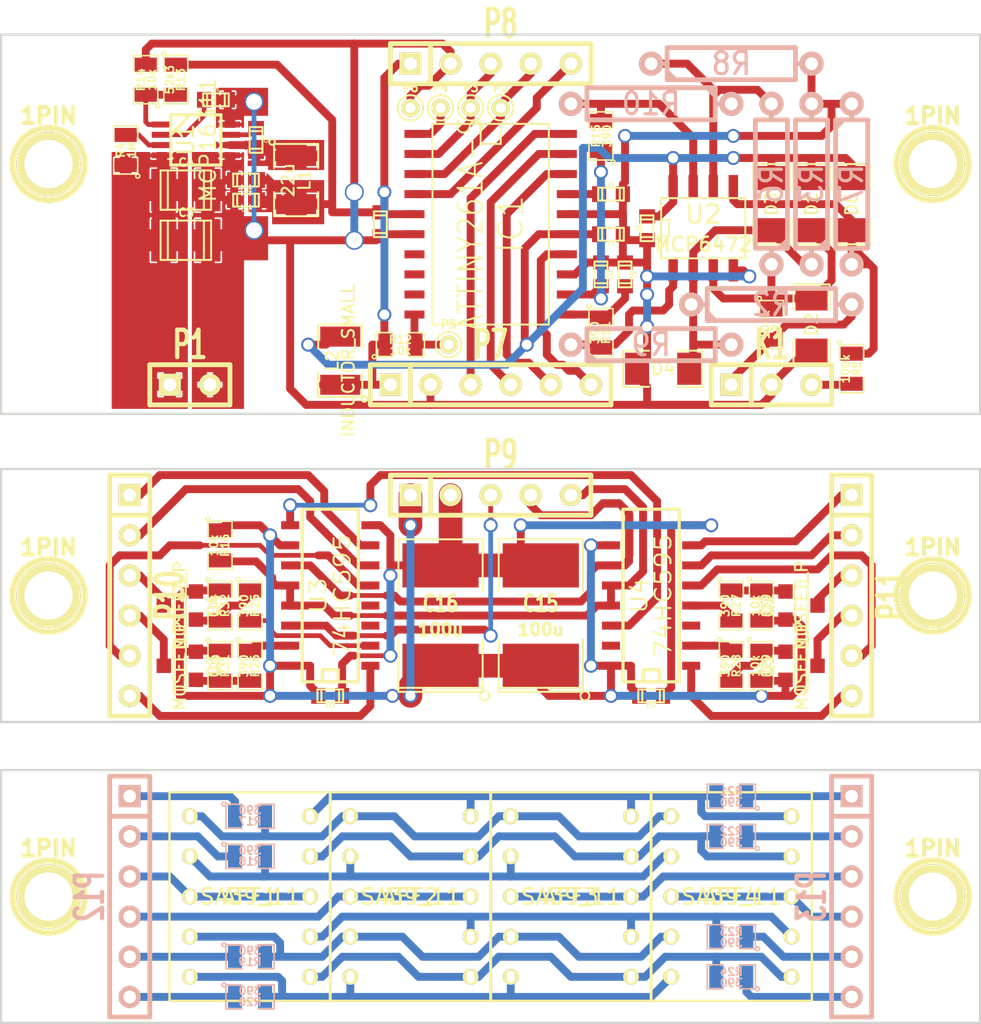
<source format=kicad_pcb>
(kicad_pcb (version 3) (host pcbnew "(2013-jul-07)-stable")
  (title_block (title Panelmeter) (rev 1) (company "Copyright (c) 2014 Andreas Messer"))
  (layers (15 F.Cu signal) (0 B.Cu signal) (18 B.Paste user) (19 F.Paste user) (20 B.SilkS user) (21 F.SilkS user) (22 B.Mask user) (23 F.Mask user) (28 Edge.Cuts user))
  (net 0 "")
  (net 1 +5V)
  (net 2 +5VA)
  (net 3 /ADC0)
  (net 4 /ADC1)
  (net 5 /DIG_1)
  (net 6 /DIG_2)
  (net 7 /DIG_3)
  (net 8 /DIG_4)
  (net 9 /SEG_A)
  (net 10 /SEG_B)
  (net 11 /SEG_C)
  (net 12 /SEG_D)
  (net 13 /SEG_DP)
  (net 14 /SEG_E)
  (net 15 /SEG_F)
  (net 16 /SEG_G)
  (net 17 GND)
  (net 18 N-000001)
  (net 19 N-0000010)
  (net 20 N-0000011)
  (net 21 N-0000012)
  (net 22 N-0000013)
  (net 23 N-0000014)
  (net 24 N-0000016)
  (net 25 N-0000017)
  (net 26 N-0000018)
  (net 27 N-0000019)
  (net 28 N-000002)
  (net 29 N-0000020)
  (net 30 N-0000021)
  (net 31 N-0000022)
  (net 32 N-0000023)
  (net 33 N-0000025)
  (net 34 N-0000028)
  (net 35 N-0000029)
  (net 36 N-000003)
  (net 37 N-0000030)
  (net 38 N-0000031)
  (net 39 N-0000032)
  (net 40 N-0000033)
  (net 41 N-0000034)
  (net 42 N-0000035)
  (net 43 N-0000036)
  (net 44 N-0000037)
  (net 45 N-000004)
  (net 46 N-0000042)
  (net 47 N-0000043)
  (net 48 N-0000044)
  (net 49 N-0000046)
  (net 50 N-0000047)
  (net 51 N-0000048)
  (net 52 N-0000049)
  (net 53 N-000005)
  (net 54 N-0000050)
  (net 55 N-0000051)
  (net 56 N-0000052)
  (net 57 N-0000053)
  (net 58 N-0000054)
  (net 59 N-0000055)
  (net 60 N-0000056)
  (net 61 N-0000057)
  (net 62 N-0000058)
  (net 63 N-0000059)
  (net 64 N-000006)
  (net 65 N-0000060)
  (net 66 N-0000061)
  (net 67 N-0000062)
  (net 68 N-0000063)
  (net 69 N-000007)
  (net 70 N-0000070)
  (net 71 N-0000071)
  (net 72 N-000008)
  (net 73 N-000009)
  (net 74 VCC)
  (module SOT23GDS (layer F.Cu) (at 143.764 95.885 270)
    (fp_text reference Q4 (at 0 -2.159 270) (layer F.SilkS) (effects (font (size 0.762 0.762) (thickness 0.12954))))
    (fp_text value MOSFET_P (at 0 0 270) (layer F.SilkS) (effects (font (size 0.762 0.762) (thickness 0.12954))))
    (pad S smd rect (at -0.889 -1.016 270) (size 0.9144 0.9144) (layers F.Cu F.Paste F.Mask) (net 74 VCC))
    (pad G smd rect (at 0.889 -1.016 270) (size 0.9144 0.9144) (layers F.Cu F.Paste F.Mask) (net 32 N-0000023))
    (pad D smd rect (at 0 1.016 270) (size 0.9144 0.9144) (layers F.Cu F.Paste F.Mask) (net 18 N-000001))
  )
  (module SOT23GDS (layer F.Cu) (at 143.764 99.695 270)
    (fp_text reference Q3 (at 0 -2.159 270) (layer F.SilkS) (effects (font (size 0.762 0.762) (thickness 0.12954))))
    (fp_text value MOSFET_P (at 0 0 270) (layer F.SilkS) (effects (font (size 0.762 0.762) (thickness 0.12954))))
    (pad S smd rect (at -0.889 -1.016 270) (size 0.9144 0.9144) (layers F.Cu F.Paste F.Mask) (net 74 VCC))
    (pad G smd rect (at 0.889 -1.016 270) (size 0.9144 0.9144) (layers F.Cu F.Paste F.Mask) (net 19 N-0000010))
    (pad D smd rect (at 0 1.016 270) (size 0.9144 0.9144) (layers F.Cu F.Paste F.Mask) (net 46 N-0000042))
  )
  (module SOT23GDS (layer F.Cu) (at 183.134 95.885 90)
    (fp_text reference Q2 (at 0 -2.159 90) (layer F.SilkS) (effects (font (size 0.762 0.762) (thickness 0.12954))))
    (fp_text value MOSFET_P (at 0 0 90) (layer F.SilkS) (effects (font (size 0.762 0.762) (thickness 0.12954))))
    (pad S smd rect (at -0.889 -1.016 90) (size 0.9144 0.9144) (layers F.Cu F.Paste F.Mask) (net 74 VCC))
    (pad G smd rect (at 0.889 -1.016 90) (size 0.9144 0.9144) (layers F.Cu F.Paste F.Mask) (net 28 N-000002))
    (pad D smd rect (at 0 1.016 90) (size 0.9144 0.9144) (layers F.Cu F.Paste F.Mask) (net 71 N-0000071))
  )
  (module SOT23GDS (layer F.Cu) (at 183.134 99.695 90)
    (fp_text reference Q1 (at 0 -2.159 90) (layer F.SilkS) (effects (font (size 0.762 0.762) (thickness 0.12954))))
    (fp_text value MOSFET_P (at 0 0 90) (layer F.SilkS) (effects (font (size 0.762 0.762) (thickness 0.12954))))
    (pad S smd rect (at -0.889 -1.016 90) (size 0.9144 0.9144) (layers F.Cu F.Paste F.Mask) (net 74 VCC))
    (pad G smd rect (at 0.889 -1.016 90) (size 0.9144 0.9144) (layers F.Cu F.Paste F.Mask) (net 36 N-000003))
    (pad D smd rect (at 0 1.016 90) (size 0.9144 0.9144) (layers F.Cu F.Paste F.Mask) (net 70 N-0000070))
  )
  (module SO8E (layer F.Cu) (at 176.911 72.009)
    (fp_text reference U2 (at 0 -0.889) (layer F.SilkS) (effects (font (size 1.143 1.143) (thickness 0.1524))))
    (fp_text value MCP6472 (at 0 1.016) (layer F.SilkS) (effects (font (size 0.889 0.889) (thickness 0.1524))))
    (pad 8 smd rect (at -1.905 -2.667) (size 0.59944 1.39954) (layers F.Cu F.Paste F.Mask) (net 2 +5VA))
    (pad 1 smd rect (at -1.905 2.667) (size 0.59944 1.39954) (layers F.Cu F.Paste F.Mask) (net 33 N-0000025))
    (pad 7 smd rect (at -0.635 -2.667) (size 0.59944 1.39954) (layers F.Cu F.Paste F.Mask) (net 48 N-0000044))
    (pad 6 smd rect (at 0.635 -2.667) (size 0.59944 1.39954) (layers F.Cu F.Paste F.Mask) (net 50 N-0000047))
    (pad 5 smd rect (at 1.905 -2.667) (size 0.59944 1.39954) (layers F.Cu F.Paste F.Mask) (net 57 N-0000053))
    (pad 2 smd rect (at -0.635 2.667) (size 0.59944 1.39954) (layers F.Cu F.Paste F.Mask) (net 49 N-0000046))
    (pad 3 smd rect (at 0.635 2.667) (size 0.59944 1.39954) (layers F.Cu F.Paste F.Mask) (net 56 N-0000052))
    (pad 4 smd rect (at 1.905 2.667) (size 0.59944 1.39954) (layers F.Cu F.Paste F.Mask) (net 17 GND))
  )
  (module SO20L (layer F.Cu) (at 163.449 71.755 270)
    (fp_text reference IC1 (at 0 -1.27 270) (layer F.SilkS) (effects (font (size 1.524 1.524) (thickness 0.127))))
    (fp_text value ATTINY261A-S (at 0 1.27 270) (layer F.SilkS) (effects (font (size 1.524 1.27) (thickness 0.127))))
    (pad 11 smd rect (at 5.715 -4.826 270) (size 0.508 1.27) (layers F.Cu F.Paste F.Mask) (net 4 /ADC1))
    (pad 12 smd rect (at 4.445 -4.826 270) (size 0.508 1.27) (layers F.Cu F.Paste F.Mask) (net 3 /ADC0))
    (pad 13 smd rect (at 3.175 -4.826 270) (size 0.508 1.27) (layers F.Cu F.Paste F.Mask) (net 17 GND))
    (pad 14 smd rect (at 1.905 -4.826 270) (size 0.508 1.27) (layers F.Cu F.Paste F.Mask) (net 55 N-0000051))
    (pad 15 smd rect (at 0.635 -4.826 270) (size 0.508 1.27) (layers F.Cu F.Paste F.Mask) (net 2 +5VA))
    (pad 16 smd rect (at -0.635 -4.826 270) (size 0.508 1.27) (layers F.Cu F.Paste F.Mask) (net 17 GND))
    (pad 17 smd rect (at -1.905 -4.826 270) (size 0.508 1.27) (layers F.Cu F.Paste F.Mask) (net 58 N-0000054))
    (pad 18 smd rect (at -3.175 -4.826 270) (size 0.508 1.27) (layers F.Cu F.Paste F.Mask) (net 54 N-0000050))
    (pad 19 smd rect (at -4.445 -4.826 270) (size 0.508 1.27) (layers F.Cu F.Paste F.Mask) (net 52 N-0000049))
    (pad 20 smd rect (at -5.715 -4.826 270) (size 0.508 1.27) (layers F.Cu F.Paste F.Mask) (net 51 N-0000048))
    (pad 1 smd rect (at -5.715 4.826 270) (size 0.508 1.27) (layers F.Cu F.Paste F.Mask) (net 64 N-000006))
    (pad 2 smd rect (at -4.445 4.826 270) (size 0.508 1.27) (layers F.Cu F.Paste F.Mask) (net 22 N-0000013))
    (pad 3 smd rect (at -3.175 4.826 270) (size 0.508 1.27) (layers F.Cu F.Paste F.Mask) (net 21 N-0000012))
    (pad 4 smd rect (at -1.905 4.826 270) (size 0.508 1.27) (layers F.Cu F.Paste F.Mask) (net 20 N-0000011))
    (pad 5 smd rect (at -0.635 4.826 270) (size 0.508 1.27) (layers F.Cu F.Paste F.Mask) (net 1 +5V))
    (pad 6 smd rect (at 0.635 4.826 270) (size 0.508 1.27) (layers F.Cu F.Paste F.Mask) (net 17 GND))
    (pad 7 smd rect (at 1.905 4.826 270) (size 0.508 1.27) (layers F.Cu F.Paste F.Mask))
    (pad 8 smd rect (at 3.175 4.826 270) (size 0.508 1.27) (layers F.Cu F.Paste F.Mask))
    (pad 9 smd rect (at 4.445 4.826 270) (size 0.508 1.27) (layers F.Cu F.Paste F.Mask))
    (pad 10 smd rect (at 5.715 4.826 270) (size 0.508 1.27) (layers F.Cu F.Paste F.Mask) (net 53 N-000005))
  )
  (module SO16E (layer F.Cu) (at 153.289 95.25 90)
    (fp_text reference U3 (at 0 -0.762 90) (layer F.SilkS) (effects (font (size 1.016 1.143) (thickness 0.127))))
    (fp_text value 74HC595 (at 0 0.762 90) (layer F.SilkS) (effects (font (size 1.016 1.143) (thickness 0.127))))
    (pad 1 smd rect (at -4.445 2.54 90) (size 0.508 1.143) (layers F.Cu F.Paste F.Mask) (net 12 /SEG_D))
    (pad 2 smd rect (at -3.175 2.54 90) (size 0.508 1.143) (layers F.Cu F.Paste F.Mask) (net 5 /DIG_1))
    (pad 3 smd rect (at -1.905 2.54 90) (size 0.508 1.143) (layers F.Cu F.Paste F.Mask))
    (pad 4 smd rect (at -0.635 2.54 90) (size 0.508 1.143) (layers F.Cu F.Paste F.Mask))
    (pad 5 smd rect (at 0.635 2.54 90) (size 0.508 1.143) (layers F.Cu F.Paste F.Mask) (net 14 /SEG_E))
    (pad 6 smd rect (at 1.905 2.54 90) (size 0.508 1.143) (layers F.Cu F.Paste F.Mask) (net 15 /SEG_F))
    (pad 7 smd rect (at 3.175 2.54 90) (size 0.508 1.143) (layers F.Cu F.Paste F.Mask) (net 16 /SEG_G))
    (pad 8 smd rect (at 4.445 2.54 90) (size 0.508 1.143) (layers F.Cu F.Paste F.Mask) (net 17 GND))
    (pad 9 smd rect (at 4.445 -2.54 90) (size 0.508 1.143) (layers F.Cu F.Paste F.Mask) (net 31 N-0000022))
    (pad 10 smd rect (at 3.175 -2.54 90) (size 0.508 1.143) (layers F.Cu F.Paste F.Mask) (net 74 VCC))
    (pad 11 smd rect (at 1.905 -2.54 90) (size 0.508 1.143) (layers F.Cu F.Paste F.Mask) (net 73 N-000009))
    (pad 12 smd rect (at 0.635 -2.54 90) (size 0.508 1.143) (layers F.Cu F.Paste F.Mask) (net 69 N-000007))
    (pad 13 smd rect (at -0.635 -2.54 90) (size 0.508 1.143) (layers F.Cu F.Paste F.Mask) (net 69 N-000007))
    (pad 14 smd rect (at -1.905 -2.54 90) (size 0.508 1.143) (layers F.Cu F.Paste F.Mask) (net 72 N-000008))
    (pad 15 smd rect (at -3.175 -2.54 90) (size 0.508 1.143) (layers F.Cu F.Paste F.Mask) (net 6 /DIG_2))
    (pad 16 smd rect (at -4.445 -2.54 90) (size 0.508 1.143) (layers F.Cu F.Paste F.Mask) (net 74 VCC))
  )
  (module SO16E (layer F.Cu) (at 173.609 95.25 90)
    (fp_text reference U4 (at 0 -0.762 90) (layer F.SilkS) (effects (font (size 1.016 1.143) (thickness 0.127))))
    (fp_text value 74HC595 (at 0 0.762 90) (layer F.SilkS) (effects (font (size 1.016 1.143) (thickness 0.127))))
    (pad 1 smd rect (at -4.445 2.54 90) (size 0.508 1.143) (layers F.Cu F.Paste F.Mask) (net 13 /SEG_DP))
    (pad 2 smd rect (at -3.175 2.54 90) (size 0.508 1.143) (layers F.Cu F.Paste F.Mask) (net 8 /DIG_4))
    (pad 3 smd rect (at -1.905 2.54 90) (size 0.508 1.143) (layers F.Cu F.Paste F.Mask))
    (pad 4 smd rect (at -0.635 2.54 90) (size 0.508 1.143) (layers F.Cu F.Paste F.Mask) (net 7 /DIG_3))
    (pad 5 smd rect (at 0.635 2.54 90) (size 0.508 1.143) (layers F.Cu F.Paste F.Mask) (net 11 /SEG_C))
    (pad 6 smd rect (at 1.905 2.54 90) (size 0.508 1.143) (layers F.Cu F.Paste F.Mask) (net 10 /SEG_B))
    (pad 7 smd rect (at 3.175 2.54 90) (size 0.508 1.143) (layers F.Cu F.Paste F.Mask) (net 9 /SEG_A))
    (pad 8 smd rect (at 4.445 2.54 90) (size 0.508 1.143) (layers F.Cu F.Paste F.Mask) (net 17 GND))
    (pad 9 smd rect (at 4.445 -2.54 90) (size 0.508 1.143) (layers F.Cu F.Paste F.Mask))
    (pad 10 smd rect (at 3.175 -2.54 90) (size 0.508 1.143) (layers F.Cu F.Paste F.Mask) (net 74 VCC))
    (pad 11 smd rect (at 1.905 -2.54 90) (size 0.508 1.143) (layers F.Cu F.Paste F.Mask) (net 73 N-000009))
    (pad 12 smd rect (at 0.635 -2.54 90) (size 0.508 1.143) (layers F.Cu F.Paste F.Mask) (net 69 N-000007))
    (pad 13 smd rect (at -0.635 -2.54 90) (size 0.508 1.143) (layers F.Cu F.Paste F.Mask) (net 69 N-000007))
    (pad 14 smd rect (at -1.905 -2.54 90) (size 0.508 1.143) (layers F.Cu F.Paste F.Mask) (net 31 N-0000022))
    (pad 15 smd rect (at -3.175 -2.54 90) (size 0.508 1.143) (layers F.Cu F.Paste F.Mask))
    (pad 16 smd rect (at -4.445 -2.54 90) (size 0.508 1.143) (layers F.Cu F.Paste F.Mask) (net 74 VCC))
  )
  (module SM2112L (layer F.Cu) (at 166.624 96.52 90)
    (fp_text reference C15 (at 0.762 0 180) (layer F.SilkS) (effects (font (size 1.016 0.762) (thickness 0.2032))))
    (fp_text value 100u (at -0.889 0 180) (layer F.SilkS) (effects (font (size 0.762 0.762) (thickness 0.2032))))
    (pad 2 smd rect (at 3.175 0 90) (size 2.794 4.826) (layers F.Cu F.Paste F.Mask) (net 17 GND))
    (pad 1 smd rect (at -3.175 0 90) (size 2.794 4.826) (layers F.Cu F.Paste F.Mask) (net 74 VCC))
  )
  (module SM1210 (layer F.Cu) (at 153.924 80.391 90)
    (fp_text reference L2 (at 0 -0.508 90) (layer F.SilkS) (effects (font (size 0.762 0.762) (thickness 0.127))))
    (fp_text value INDUCTOR_SMALL (at 0 0.508 90) (layer F.SilkS) (effects (font (size 0.762 0.762) (thickness 0.127))))
    (pad 1 smd rect (at -1.524 0 90) (size 1.27 2.54) (layers F.Cu F.Paste F.Mask) (net 1 +5V))
    (pad 2 smd rect (at 1.524 0 90) (size 1.27 2.54) (layers F.Cu F.Paste F.Mask) (net 2 +5VA))
  )
  (module SM1210 (layer F.Cu) (at 151.13 68.961 270)
    (fp_text reference L1 (at 0 -0.508 270) (layer F.SilkS) (effects (font (size 0.762 0.762) (thickness 0.127))))
    (fp_text value 22u (at 0 0.508 270) (layer F.SilkS) (effects (font (size 0.762 0.762) (thickness 0.127))))
    (pad 1 smd rect (at -1.524 0 270) (size 1.27 2.54) (layers F.Cu F.Paste F.Mask) (net 24 N-0000016))
    (pad 2 smd rect (at 1.524 0 270) (size 1.27 2.54) (layers F.Cu F.Paste F.Mask) (net 1 +5V))
  )
  (module SM0805 (layer F.Cu) (at 170.434 78.613 270)
    (fp_text reference R11 (at 0 -0.3175 270) (layer F.SilkS) (effects (font (size 0.50038 0.50038) (thickness 0.10922))))
    (fp_text value 390 (at 0 0.381 270) (layer F.SilkS) (effects (font (size 0.50038 0.50038) (thickness 0.10922))))
    (pad 1 smd rect (at -0.9525 0 270) (size 0.889 1.397) (layers F.Cu F.Paste F.Mask) (net 4 /ADC1))
    (pad 2 smd rect (at 0.9525 0 270) (size 0.889 1.397) (layers F.Cu F.Paste F.Mask) (net 33 N-0000025))
  )
  (module SM0805 (layer F.Cu) (at 180.594 99.695 270)
    (fp_text reference R29 (at 0 -0.3175 270) (layer F.SilkS) (effects (font (size 0.50038 0.50038) (thickness 0.10922))))
    (fp_text value 10k (at 0 0.381 270) (layer F.SilkS) (effects (font (size 0.50038 0.50038) (thickness 0.10922))))
    (pad 1 smd rect (at -0.9525 0 270) (size 0.889 1.397) (layers F.Cu F.Paste F.Mask) (net 36 N-000003))
    (pad 2 smd rect (at 0.9525 0 270) (size 0.889 1.397) (layers F.Cu F.Paste F.Mask) (net 74 VCC))
  )
  (module SM0805 (layer F.Cu) (at 180.594 95.885 270)
    (fp_text reference R30 (at 0 -0.3175 270) (layer F.SilkS) (effects (font (size 0.50038 0.50038) (thickness 0.10922))))
    (fp_text value 10k (at 0 0.381 270) (layer F.SilkS) (effects (font (size 0.50038 0.50038) (thickness 0.10922))))
    (pad 1 smd rect (at -0.9525 0 270) (size 0.889 1.397) (layers F.Cu F.Paste F.Mask) (net 28 N-000002))
    (pad 2 smd rect (at 0.9525 0 270) (size 0.889 1.397) (layers F.Cu F.Paste F.Mask) (net 74 VCC))
  )
  (module SM0805 (layer F.Cu) (at 146.304 99.695 270)
    (fp_text reference R31 (at 0 -0.3175 270) (layer F.SilkS) (effects (font (size 0.50038 0.50038) (thickness 0.10922))))
    (fp_text value 10k (at 0 0.381 270) (layer F.SilkS) (effects (font (size 0.50038 0.50038) (thickness 0.10922))))
    (pad 1 smd rect (at -0.9525 0 270) (size 0.889 1.397) (layers F.Cu F.Paste F.Mask) (net 74 VCC))
    (pad 2 smd rect (at 0.9525 0 270) (size 0.889 1.397) (layers F.Cu F.Paste F.Mask) (net 19 N-0000010))
  )
  (module SM0805 (layer F.Cu) (at 146.304 95.885 270)
    (fp_text reference R32 (at 0 -0.3175 270) (layer F.SilkS) (effects (font (size 0.50038 0.50038) (thickness 0.10922))))
    (fp_text value 10k (at 0 0.381 270) (layer F.SilkS) (effects (font (size 0.50038 0.50038) (thickness 0.10922))))
    (pad 1 smd rect (at -0.9525 0 270) (size 0.889 1.397) (layers F.Cu F.Paste F.Mask) (net 74 VCC))
    (pad 2 smd rect (at 0.9525 0 270) (size 0.889 1.397) (layers F.Cu F.Paste F.Mask) (net 32 N-0000023))
  )
  (module SM0805 (layer F.Cu) (at 181.229 78.105 270)
    (fp_text reference R1 (at 0 -0.3175 270) (layer F.SilkS) (effects (font (size 0.50038 0.50038) (thickness 0.10922))))
    (fp_text value 100k (at 0 0.381 270) (layer F.SilkS) (effects (font (size 0.50038 0.50038) (thickness 0.10922))))
    (pad 1 smd rect (at -0.9525 0 270) (size 0.889 1.397) (layers F.Cu F.Paste F.Mask) (net 56 N-0000052))
    (pad 2 smd rect (at 0.9525 0 270) (size 0.889 1.397) (layers F.Cu F.Paste F.Mask) (net 34 N-0000028))
  )
  (module SM0805 (layer F.Cu) (at 157.734 79.375)
    (fp_text reference R12 (at 0 -0.3175) (layer F.SilkS) (effects (font (size 0.50038 0.50038) (thickness 0.10922))))
    (fp_text value 10k (at 0 0.381) (layer F.SilkS) (effects (font (size 0.50038 0.50038) (thickness 0.10922))))
    (pad 1 smd rect (at -0.9525 0) (size 0.889 1.397) (layers F.Cu F.Paste F.Mask) (net 1 +5V))
    (pad 2 smd rect (at 0.9525 0) (size 0.889 1.397) (layers F.Cu F.Paste F.Mask) (net 53 N-000005))
  )
  (module SM0805 (layer F.Cu) (at 140.335 67.056 90)
    (fp_text reference R4 (at 0 -0.3175 90) (layer F.SilkS) (effects (font (size 0.50038 0.50038) (thickness 0.10922))))
    (fp_text value 1M (at 0 0.381 90) (layer F.SilkS) (effects (font (size 0.50038 0.50038) (thickness 0.10922))))
    (pad 1 smd rect (at -0.9525 0 90) (size 0.889 1.397) (layers F.Cu F.Paste F.Mask) (net 26 N-0000018))
    (pad 2 smd rect (at 0.9525 0 90) (size 0.889 1.397) (layers F.Cu F.Paste F.Mask) (net 25 N-0000017))
  )
  (module SM0805 (layer F.Cu) (at 141.605 62.611 90)
    (fp_text reference R14 (at 0 -0.3175 90) (layer F.SilkS) (effects (font (size 0.50038 0.50038) (thickness 0.10922))))
    (fp_text value 10k (at 0 0.381 90) (layer F.SilkS) (effects (font (size 0.50038 0.50038) (thickness 0.10922))))
    (pad 1 smd rect (at -0.9525 0 90) (size 0.889 1.397) (layers F.Cu F.Paste F.Mask) (net 29 N-0000020))
    (pad 2 smd rect (at 0.9525 0 90) (size 0.889 1.397) (layers F.Cu F.Paste F.Mask) (net 17 GND))
  )
  (module SM0805 (layer F.Cu) (at 146.304 92.075 270)
    (fp_text reference R16 (at 0 -0.3175 270) (layer F.SilkS) (effects (font (size 0.50038 0.50038) (thickness 0.10922))))
    (fp_text value 10k (at 0 0.381 270) (layer F.SilkS) (effects (font (size 0.50038 0.50038) (thickness 0.10922))))
    (pad 1 smd rect (at -0.9525 0 270) (size 0.889 1.397) (layers F.Cu F.Paste F.Mask) (net 74 VCC))
    (pad 2 smd rect (at 0.9525 0 270) (size 0.889 1.397) (layers F.Cu F.Paste F.Mask) (net 69 N-000007))
  )
  (module SM0805 (layer F.Cu) (at 186.309 80.899 270)
    (fp_text reference R5 (at 0 -0.3175 270) (layer F.SilkS) (effects (font (size 0.50038 0.50038) (thickness 0.10922))))
    (fp_text value 100k (at 0 0.381 270) (layer F.SilkS) (effects (font (size 0.50038 0.50038) (thickness 0.10922))))
    (pad 1 smd rect (at -0.9525 0 270) (size 0.889 1.397) (layers F.Cu F.Paste F.Mask) (net 57 N-0000053))
    (pad 2 smd rect (at 0.9525 0 270) (size 0.889 1.397) (layers F.Cu F.Paste F.Mask) (net 30 N-0000021))
  )
  (module SM0805 (layer F.Cu) (at 170.434 66.167 90)
    (fp_text reference R15 (at 0 -0.3175 90) (layer F.SilkS) (effects (font (size 0.50038 0.50038) (thickness 0.10922))))
    (fp_text value 390 (at 0 0.381 90) (layer F.SilkS) (effects (font (size 0.50038 0.50038) (thickness 0.10922))))
    (pad 1 smd rect (at -0.9525 0 90) (size 0.889 1.397) (layers F.Cu F.Paste F.Mask) (net 3 /ADC0))
    (pad 2 smd rect (at 0.9525 0 90) (size 0.889 1.397) (layers F.Cu F.Paste F.Mask) (net 48 N-0000044))
  )
  (module SM0805 (layer F.Cu) (at 143.51 62.611 270)
    (fp_text reference R13 (at 0 -0.3175 270) (layer F.SilkS) (effects (font (size 0.50038 0.50038) (thickness 0.10922))))
    (fp_text value 52k3 (at 0 0.381 270) (layer F.SilkS) (effects (font (size 0.50038 0.50038) (thickness 0.10922))))
    (pad 1 smd rect (at -0.9525 0 270) (size 0.889 1.397) (layers F.Cu F.Paste F.Mask) (net 1 +5V))
    (pad 2 smd rect (at 0.9525 0 270) (size 0.889 1.397) (layers F.Cu F.Paste F.Mask) (net 29 N-0000020))
  )
  (module SM0805 (layer B.Cu) (at 178.689 119.38 180)
    (fp_text reference R24 (at 0 0.3175 180) (layer B.SilkS) (effects (font (size 0.50038 0.50038) (thickness 0.10922)) (justify mirror)))
    (fp_text value 390 (at 0 -0.381 180) (layer B.SilkS) (effects (font (size 0.50038 0.50038) (thickness 0.10922)) (justify mirror)))
    (pad 1 smd rect (at -0.9525 0 180) (size 0.889 1.397) (layers B.Cu B.Paste B.Mask) (net 44 N-0000037))
    (pad 2 smd rect (at 0.9525 0 180) (size 0.889 1.397) (layers B.Cu B.Paste B.Mask) (net 60 N-0000056))
  )
  (module SM0805 (layer B.Cu) (at 178.689 116.84 180)
    (fp_text reference R23 (at 0 0.3175 180) (layer B.SilkS) (effects (font (size 0.50038 0.50038) (thickness 0.10922)) (justify mirror)))
    (fp_text value 390 (at 0 -0.381 180) (layer B.SilkS) (effects (font (size 0.50038 0.50038) (thickness 0.10922)) (justify mirror)))
    (pad 1 smd rect (at -0.9525 0 180) (size 0.889 1.397) (layers B.Cu B.Paste B.Mask) (net 43 N-0000036))
    (pad 2 smd rect (at 0.9525 0 180) (size 0.889 1.397) (layers B.Cu B.Paste B.Mask) (net 61 N-0000057))
  )
  (module SM0805 (layer B.Cu) (at 178.689 110.49 180)
    (fp_text reference R22 (at 0 0.3175 180) (layer B.SilkS) (effects (font (size 0.50038 0.50038) (thickness 0.10922)) (justify mirror)))
    (fp_text value 390 (at 0 -0.381 180) (layer B.SilkS) (effects (font (size 0.50038 0.50038) (thickness 0.10922)) (justify mirror)))
    (pad 1 smd rect (at -0.9525 0 180) (size 0.889 1.397) (layers B.Cu B.Paste B.Mask) (net 42 N-0000035))
    (pad 2 smd rect (at 0.9525 0 180) (size 0.889 1.397) (layers B.Cu B.Paste B.Mask) (net 66 N-0000061))
  )
  (module SM0805 (layer B.Cu) (at 178.689 107.95 180)
    (fp_text reference R21 (at 0 0.3175 180) (layer B.SilkS) (effects (font (size 0.50038 0.50038) (thickness 0.10922)) (justify mirror)))
    (fp_text value 390 (at 0 -0.381 180) (layer B.SilkS) (effects (font (size 0.50038 0.50038) (thickness 0.10922)) (justify mirror)))
    (pad 1 smd rect (at -0.9525 0 180) (size 0.889 1.397) (layers B.Cu B.Paste B.Mask) (net 41 N-0000034))
    (pad 2 smd rect (at 0.9525 0 180) (size 0.889 1.397) (layers B.Cu B.Paste B.Mask) (net 67 N-0000062))
  )
  (module SM0805 (layer F.Cu) (at 148.209 95.885 270)
    (fp_text reference R25 (at 0 -0.3175 270) (layer F.SilkS) (effects (font (size 0.50038 0.50038) (thickness 0.10922))))
    (fp_text value 390 (at 0 0.381 270) (layer F.SilkS) (effects (font (size 0.50038 0.50038) (thickness 0.10922))))
    (pad 1 smd rect (at -0.9525 0 270) (size 0.889 1.397) (layers F.Cu F.Paste F.Mask) (net 32 N-0000023))
    (pad 2 smd rect (at 0.9525 0 270) (size 0.889 1.397) (layers F.Cu F.Paste F.Mask) (net 5 /DIG_1))
  )
  (module SM0805 (layer B.Cu) (at 148.209 120.65)
    (fp_text reference R20 (at 0 0.3175) (layer B.SilkS) (effects (font (size 0.50038 0.50038) (thickness 0.10922)) (justify mirror)))
    (fp_text value 390 (at 0 -0.381) (layer B.SilkS) (effects (font (size 0.50038 0.50038) (thickness 0.10922)) (justify mirror)))
    (pad 1 smd rect (at -0.9525 0) (size 0.889 1.397) (layers B.Cu B.Paste B.Mask) (net 40 N-0000033))
    (pad 2 smd rect (at 0.9525 0) (size 0.889 1.397) (layers B.Cu B.Paste B.Mask) (net 65 N-0000060))
  )
  (module SM0805 (layer B.Cu) (at 148.209 118.11)
    (fp_text reference R19 (at 0 0.3175) (layer B.SilkS) (effects (font (size 0.50038 0.50038) (thickness 0.10922)) (justify mirror)))
    (fp_text value 390 (at 0 -0.381) (layer B.SilkS) (effects (font (size 0.50038 0.50038) (thickness 0.10922)) (justify mirror)))
    (pad 1 smd rect (at -0.9525 0) (size 0.889 1.397) (layers B.Cu B.Paste B.Mask) (net 39 N-0000032))
    (pad 2 smd rect (at 0.9525 0) (size 0.889 1.397) (layers B.Cu B.Paste B.Mask) (net 59 N-0000055))
  )
  (module SM0805 (layer B.Cu) (at 148.209 111.76)
    (fp_text reference R18 (at 0 0.3175) (layer B.SilkS) (effects (font (size 0.50038 0.50038) (thickness 0.10922)) (justify mirror)))
    (fp_text value 390 (at 0 -0.381) (layer B.SilkS) (effects (font (size 0.50038 0.50038) (thickness 0.10922)) (justify mirror)))
    (pad 1 smd rect (at -0.9525 0) (size 0.889 1.397) (layers B.Cu B.Paste B.Mask) (net 38 N-0000031))
    (pad 2 smd rect (at 0.9525 0) (size 0.889 1.397) (layers B.Cu B.Paste B.Mask) (net 63 N-0000059))
  )
  (module SM0805 (layer B.Cu) (at 148.209 109.22)
    (fp_text reference R17 (at 0 0.3175) (layer B.SilkS) (effects (font (size 0.50038 0.50038) (thickness 0.10922)) (justify mirror)))
    (fp_text value 390 (at 0 -0.381) (layer B.SilkS) (effects (font (size 0.50038 0.50038) (thickness 0.10922)) (justify mirror)))
    (pad 1 smd rect (at -0.9525 0) (size 0.889 1.397) (layers B.Cu B.Paste B.Mask) (net 47 N-0000043))
    (pad 2 smd rect (at 0.9525 0) (size 0.889 1.397) (layers B.Cu B.Paste B.Mask) (net 62 N-0000058))
  )
  (module SM0805 (layer F.Cu) (at 148.209 99.695 270)
    (fp_text reference R26 (at 0 -0.3175 270) (layer F.SilkS) (effects (font (size 0.50038 0.50038) (thickness 0.10922))))
    (fp_text value 390 (at 0 0.381 270) (layer F.SilkS) (effects (font (size 0.50038 0.50038) (thickness 0.10922))))
    (pad 1 smd rect (at -0.9525 0 270) (size 0.889 1.397) (layers F.Cu F.Paste F.Mask) (net 6 /DIG_2))
    (pad 2 smd rect (at 0.9525 0 270) (size 0.889 1.397) (layers F.Cu F.Paste F.Mask) (net 19 N-0000010))
  )
  (module SM0805 (layer F.Cu) (at 178.689 95.885 270)
    (fp_text reference R27 (at 0 -0.3175 270) (layer F.SilkS) (effects (font (size 0.50038 0.50038) (thickness 0.10922))))
    (fp_text value 390 (at 0 0.381 270) (layer F.SilkS) (effects (font (size 0.50038 0.50038) (thickness 0.10922))))
    (pad 1 smd rect (at -0.9525 0 270) (size 0.889 1.397) (layers F.Cu F.Paste F.Mask) (net 28 N-000002))
    (pad 2 smd rect (at 0.9525 0 270) (size 0.889 1.397) (layers F.Cu F.Paste F.Mask) (net 7 /DIG_3))
  )
  (module SM0805 (layer F.Cu) (at 178.689 99.695 270)
    (fp_text reference R28 (at 0 -0.3175 270) (layer F.SilkS) (effects (font (size 0.50038 0.50038) (thickness 0.10922))))
    (fp_text value 390 (at 0 0.381 270) (layer F.SilkS) (effects (font (size 0.50038 0.50038) (thickness 0.10922))))
    (pad 1 smd rect (at -0.9525 0 270) (size 0.889 1.397) (layers F.Cu F.Paste F.Mask) (net 8 /DIG_4))
    (pad 2 smd rect (at 0.9525 0 270) (size 0.889 1.397) (layers F.Cu F.Paste F.Mask) (net 36 N-000003))
  )
  (module SIL-6 (layer F.Cu) (at 163.449 81.915)
    (fp_text reference P7 (at 0 -2.54) (layer F.SilkS) (effects (font (size 1.72974 1.08712) (thickness 0.3048))))
    (fp_text value CONN_6 hide)
    (pad 1 thru_hole rect (at -6.35 0) (size 1.397 1.397) (drill 0.8128) (layers *.Cu *.Mask F.SilkS) (net 1 +5V))
    (pad 2 thru_hole circle (at -3.81 0) (size 1.397 1.397) (drill 0.8128) (layers *.Cu *.Mask F.SilkS) (net 17 GND))
    (pad 3 thru_hole circle (at -1.27 0) (size 1.397 1.397) (drill 0.8128) (layers *.Cu *.Mask F.SilkS) (net 51 N-0000048))
    (pad 4 thru_hole circle (at 1.27 0) (size 1.397 1.397) (drill 0.8128) (layers *.Cu *.Mask F.SilkS) (net 52 N-0000049))
    (pad 5 thru_hole circle (at 3.81 0) (size 1.397 1.397) (drill 0.8128) (layers *.Cu *.Mask F.SilkS) (net 54 N-0000050))
    (pad 6 thru_hole circle (at 6.35 0) (size 1.397 1.397) (drill 0.8128) (layers *.Cu *.Mask F.SilkS) (net 55 N-0000051))
  )
  (module SIL-5 (layer F.Cu) (at 164.719 88.9)
    (fp_text reference P9 (at -0.635 -2.54) (layer F.SilkS) (effects (font (size 1.72974 1.08712) (thickness 0.3048))))
    (fp_text value CONN_5 hide)
    (pad 1 thru_hole rect (at -6.35 0) (size 1.397 1.397) (drill 0.8128) (layers *.Cu *.Mask F.SilkS) (net 74 VCC))
    (pad 2 thru_hole circle (at -3.81 0) (size 1.397 1.397) (drill 0.8128) (layers *.Cu *.Mask F.SilkS) (net 17 GND))
    (pad 3 thru_hole circle (at -1.27 0) (size 1.397 1.397) (drill 0.8128) (layers *.Cu *.Mask F.SilkS) (net 72 N-000008))
    (pad 4 thru_hole circle (at 1.27 0) (size 1.397 1.397) (drill 0.8128) (layers *.Cu *.Mask F.SilkS) (net 73 N-000009))
    (pad 5 thru_hole circle (at 3.81 0) (size 1.397 1.397) (drill 0.8128) (layers *.Cu *.Mask F.SilkS) (net 69 N-000007))
  )
  (module SIL-5 (layer F.Cu) (at 164.719 61.595)
    (fp_text reference P8 (at -0.635 -2.54) (layer F.SilkS) (effects (font (size 1.72974 1.08712) (thickness 0.3048))))
    (fp_text value CONN_5 hide)
    (pad 1 thru_hole rect (at -6.35 0) (size 1.397 1.397) (drill 0.8128) (layers *.Cu *.Mask F.SilkS) (net 1 +5V))
    (pad 2 thru_hole circle (at -3.81 0) (size 1.397 1.397) (drill 0.8128) (layers *.Cu *.Mask F.SilkS) (net 17 GND))
    (pad 3 thru_hole circle (at -1.27 0) (size 1.397 1.397) (drill 0.8128) (layers *.Cu *.Mask F.SilkS) (net 22 N-0000013))
    (pad 4 thru_hole circle (at 1.27 0) (size 1.397 1.397) (drill 0.8128) (layers *.Cu *.Mask F.SilkS) (net 21 N-0000012))
    (pad 5 thru_hole circle (at 3.81 0) (size 1.397 1.397) (drill 0.8128) (layers *.Cu *.Mask F.SilkS) (net 20 N-0000011))
  )
  (module SIL-3 (layer F.Cu) (at 181.229 81.915)
    (fp_text reference K1 (at 0 -2.54) (layer F.SilkS) (effects (font (size 1.7907 1.07696) (thickness 0.3048))))
    (fp_text value CONN_3 hide)
    (pad 1 thru_hole rect (at -2.54 0) (size 1.397 1.397) (drill 0.8128) (layers *.Cu *.Mask F.SilkS) (net 34 N-0000028))
    (pad 2 thru_hole circle (at 0 0) (size 1.397 1.397) (drill 0.8128) (layers *.Cu *.Mask F.SilkS) (net 17 GND))
    (pad 3 thru_hole circle (at 2.54 0) (size 1.397 1.397) (drill 0.8128) (layers *.Cu *.Mask F.SilkS) (net 30 N-0000021))
  )
  (module SIL-2 (layer F.Cu) (at 144.399 81.915)
    (fp_text reference P1 (at 0 -2.54) (layer F.SilkS) (effects (font (size 1.72974 1.08712) (thickness 0.3048))))
    (fp_text value CONN_2 hide)
    (pad 1 thru_hole rect (at -1.27 0) (size 1.397 1.397) (drill 0.8128) (layers *.Cu *.Mask F.SilkS) (net 26 N-0000018))
    (pad 2 thru_hole circle (at 1.27 0) (size 1.397 1.397) (drill 0.8128) (layers *.Cu *.Mask F.SilkS) (net 17 GND))
  )
  (module R4 (layer B.Cu) (at 181.229 69.215 90)
    (fp_text reference R6 (at 0 0 90) (layer B.SilkS) (effects (font (size 1.397 1.27) (thickness 0.2032)) (justify mirror)))
    (fp_text value 0 hide)
    (pad 1 thru_hole circle (at -5.08 0 90) (size 1.524 1.524) (drill 0.8128) (layers *.Cu *.Mask B.SilkS) (net 56 N-0000052))
    (pad 2 thru_hole circle (at 5.08 0 90) (size 1.524 1.524) (drill 0.8128) (layers *.Cu *.Mask B.SilkS) (net 50 N-0000047))
  )
  (module R4 (layer B.Cu) (at 183.769 69.215 90)
    (fp_text reference R3 (at 0 0 90) (layer B.SilkS) (effects (font (size 1.397 1.27) (thickness 0.2032)) (justify mirror)))
    (fp_text value 100k hide)
    (pad 1 thru_hole circle (at -5.08 0 90) (size 1.524 1.524) (drill 0.8128) (layers *.Cu *.Mask B.SilkS) (net 49 N-0000046))
    (pad 2 thru_hole circle (at 5.08 0 90) (size 1.524 1.524) (drill 0.8128) (layers *.Cu *.Mask B.SilkS) (net 17 GND))
  )
  (module R4 (layer B.Cu) (at 173.609 79.375)
    (fp_text reference R9 (at 0 0) (layer B.SilkS) (effects (font (size 1.397 1.27) (thickness 0.2032)) (justify mirror)))
    (fp_text value 100k hide)
    (pad 1 thru_hole circle (at -5.08 0) (size 1.524 1.524) (drill 0.8128) (layers *.Cu *.Mask B.SilkS) (net 33 N-0000025))
    (pad 2 thru_hole circle (at 5.08 0) (size 1.524 1.524) (drill 0.8128) (layers *.Cu *.Mask B.SilkS) (net 49 N-0000046))
  )
  (module R4 (layer B.Cu) (at 181.229 76.835)
    (fp_text reference R2 (at 0 0) (layer B.SilkS) (effects (font (size 1.397 1.27) (thickness 0.2032)) (justify mirror)))
    (fp_text value 100k hide)
    (pad 1 thru_hole circle (at -5.08 0) (size 1.524 1.524) (drill 0.8128) (layers *.Cu *.Mask B.SilkS) (net 49 N-0000046))
    (pad 2 thru_hole circle (at 5.08 0) (size 1.524 1.524) (drill 0.8128) (layers *.Cu *.Mask B.SilkS) (net 34 N-0000028))
  )
  (module R4 (layer B.Cu) (at 173.609 64.135 180)
    (fp_text reference R10 (at 0 0 180) (layer B.SilkS) (effects (font (size 1.397 1.27) (thickness 0.2032)) (justify mirror)))
    (fp_text value 0 hide)
    (pad 1 thru_hole circle (at -5.08 0 180) (size 1.524 1.524) (drill 0.8128) (layers *.Cu *.Mask B.SilkS) (net 50 N-0000047))
    (pad 2 thru_hole circle (at 5.08 0 180) (size 1.524 1.524) (drill 0.8128) (layers *.Cu *.Mask B.SilkS) (net 48 N-0000044))
  )
  (module R4 (layer B.Cu) (at 178.689 61.595)
    (fp_text reference R8 (at 0 0) (layer B.SilkS) (effects (font (size 1.397 1.27) (thickness 0.2032)) (justify mirror)))
    (fp_text value 100k hide)
    (pad 1 thru_hole circle (at -5.08 0) (size 1.524 1.524) (drill 0.8128) (layers *.Cu *.Mask B.SilkS) (net 50 N-0000047))
    (pad 2 thru_hole circle (at 5.08 0) (size 1.524 1.524) (drill 0.8128) (layers *.Cu *.Mask B.SilkS) (net 17 GND))
  )
  (module R4 (layer B.Cu) (at 186.309 69.215 270)
    (fp_text reference R7 (at 0 0 270) (layer B.SilkS) (effects (font (size 1.397 1.27) (thickness 0.2032)) (justify mirror)))
    (fp_text value 0 hide)
    (pad 1 thru_hole circle (at -5.08 0 270) (size 1.524 1.524) (drill 0.8128) (layers *.Cu *.Mask B.SilkS) (net 17 GND))
    (pad 2 thru_hole circle (at 5.08 0 270) (size 1.524 1.524) (drill 0.8128) (layers *.Cu *.Mask B.SilkS) (net 57 N-0000053))
  )
  (module MSOP_8 (layer F.Cu) (at 144.78 66.421 270)
    (fp_text reference U1 (at 0 0.635 270) (layer F.SilkS) (effects (font (size 1.00076 1.00076) (thickness 0.1524))))
    (fp_text value MCP16311 (at 0 -0.762 270) (layer F.SilkS) (effects (font (size 1.00076 1.00076) (thickness 0.127))))
    (pad 1 smd rect (at -0.97536 2.159 270) (size 0.381 1.27) (layers F.Cu F.Paste F.Mask) (net 29 N-0000020))
    (pad 2 smd rect (at -0.32512 2.159 270) (size 0.381 1.27) (layers F.Cu F.Paste F.Mask) (net 27 N-0000019))
    (pad 3 smd rect (at 0.32512 2.159 270) (size 0.381 1.27) (layers F.Cu F.Paste F.Mask) (net 25 N-0000017))
    (pad 4 smd rect (at 0.97536 2.159 270) (size 0.381 1.27) (layers F.Cu F.Paste F.Mask) (net 26 N-0000018))
    (pad 5 smd rect (at 0.97536 -2.159 270) (size 0.381 1.27) (layers F.Cu F.Paste F.Mask) (net 17 GND))
    (pad 6 smd rect (at 0.32512 -2.159 270) (size 0.381 1.27) (layers F.Cu F.Paste F.Mask) (net 24 N-0000016))
    (pad 7 smd rect (at -0.32512 -2.159 270) (size 0.381 1.27) (layers F.Cu F.Paste F.Mask) (net 23 N-0000014))
    (pad 8 smd rect (at -0.97536 -2.159 270) (size 0.381 1.27) (layers F.Cu F.Paste F.Mask) (net 17 GND))
  )
  (module KINGBRIGHT_SA39_11 (layer F.Cu) (at 158.369 114.3)
    (fp_text reference AFF2 (at 0 0) (layer F.SilkS))
    (fp_text value SA39_11 (at 0 0) (layer F.SilkS))
    (pad 1 thru_hole circle (at -3.81 -5.08) (size 1 1) (drill oval 0.5 0.75) (layers *.Cu F.SilkS B.Mask) (net 62 N-0000058))
    (pad 2 thru_hole circle (at -3.81 -2.54) (size 1 1) (drill oval 0.5 0.75) (layers *.Cu F.SilkS B.Mask) (net 63 N-0000059))
    (pad 3 thru_hole circle (at -3.81 0) (size 1 1) (drill oval 0.5 0.75) (layers *.Cu F.SilkS B.Mask) (net 35 N-0000029))
    (pad 4 thru_hole circle (at -3.81 2.54) (size 1 1) (drill oval 0.5 0.75) (layers *.Cu F.SilkS B.Mask) (net 59 N-0000055))
    (pad 5 thru_hole circle (at -3.81 5.08) (size 1 1) (drill oval 0.5 0.75) (layers *.Cu F.SilkS B.Mask) (net 65 N-0000060))
    (pad 6 thru_hole circle (at 3.81 5.08) (size 1 1) (drill oval 0.5 0.75) (layers *.Cu F.SilkS B.Mask) (net 60 N-0000056))
    (pad 7 thru_hole circle (at 3.81 2.54) (size 1 1) (drill oval 0.5 0.75) (layers *.Cu F.SilkS B.Mask) (net 61 N-0000057))
    (pad 8 thru_hole circle (at 3.81 0) (size 1 1) (drill oval 0.5 0.75) (layers *.Cu F.SilkS B.Mask) (net 35 N-0000029))
    (pad 9 thru_hole circle (at 3.81 -2.54) (size 1 1) (drill oval 0.5 0.75) (layers *.Cu F.SilkS B.Mask) (net 66 N-0000061))
    (pad 10 thru_hole circle (at 3.81 -5.08) (size 1 1) (drill oval 0.5 0.75) (layers *.Cu F.SilkS B.Mask) (net 67 N-0000062))
  )
  (module KINGBRIGHT_SA39_11 (layer F.Cu) (at 148.209 114.3)
    (fp_text reference AFF1 (at 0 0) (layer F.SilkS))
    (fp_text value SA39_11 (at 0 0) (layer F.SilkS))
    (pad 1 thru_hole circle (at -3.81 -5.08) (size 1 1) (drill oval 0.5 0.75) (layers *.Cu F.SilkS B.Mask) (net 62 N-0000058))
    (pad 2 thru_hole circle (at -3.81 -2.54) (size 1 1) (drill oval 0.5 0.75) (layers *.Cu F.SilkS B.Mask) (net 63 N-0000059))
    (pad 3 thru_hole circle (at -3.81 0) (size 1 1) (drill oval 0.5 0.75) (layers *.Cu F.SilkS B.Mask) (net 68 N-0000063))
    (pad 4 thru_hole circle (at -3.81 2.54) (size 1 1) (drill oval 0.5 0.75) (layers *.Cu F.SilkS B.Mask) (net 59 N-0000055))
    (pad 5 thru_hole circle (at -3.81 5.08) (size 1 1) (drill oval 0.5 0.75) (layers *.Cu F.SilkS B.Mask) (net 65 N-0000060))
    (pad 6 thru_hole circle (at 3.81 5.08) (size 1 1) (drill oval 0.5 0.75) (layers *.Cu F.SilkS B.Mask) (net 60 N-0000056))
    (pad 7 thru_hole circle (at 3.81 2.54) (size 1 1) (drill oval 0.5 0.75) (layers *.Cu F.SilkS B.Mask) (net 61 N-0000057))
    (pad 8 thru_hole circle (at 3.81 0) (size 1 1) (drill oval 0.5 0.75) (layers *.Cu F.SilkS B.Mask) (net 68 N-0000063))
    (pad 9 thru_hole circle (at 3.81 -2.54) (size 1 1) (drill oval 0.5 0.75) (layers *.Cu F.SilkS B.Mask) (net 66 N-0000061))
    (pad 10 thru_hole circle (at 3.81 -5.08) (size 1 1) (drill oval 0.5 0.75) (layers *.Cu F.SilkS B.Mask) (net 67 N-0000062))
  )
  (module KINGBRIGHT_SA39_11 (layer F.Cu) (at 168.529 114.3)
    (fp_text reference AFF3 (at 0 0) (layer F.SilkS))
    (fp_text value SA39_11 (at 0 0) (layer F.SilkS))
    (pad 1 thru_hole circle (at -3.81 -5.08) (size 1 1) (drill oval 0.5 0.75) (layers *.Cu F.SilkS B.Mask) (net 62 N-0000058))
    (pad 2 thru_hole circle (at -3.81 -2.54) (size 1 1) (drill oval 0.5 0.75) (layers *.Cu F.SilkS B.Mask) (net 63 N-0000059))
    (pad 3 thru_hole circle (at -3.81 0) (size 1 1) (drill oval 0.5 0.75) (layers *.Cu F.SilkS B.Mask) (net 45 N-000004))
    (pad 4 thru_hole circle (at -3.81 2.54) (size 1 1) (drill oval 0.5 0.75) (layers *.Cu F.SilkS B.Mask) (net 59 N-0000055))
    (pad 5 thru_hole circle (at -3.81 5.08) (size 1 1) (drill oval 0.5 0.75) (layers *.Cu F.SilkS B.Mask) (net 65 N-0000060))
    (pad 6 thru_hole circle (at 3.81 5.08) (size 1 1) (drill oval 0.5 0.75) (layers *.Cu F.SilkS B.Mask) (net 60 N-0000056))
    (pad 7 thru_hole circle (at 3.81 2.54) (size 1 1) (drill oval 0.5 0.75) (layers *.Cu F.SilkS B.Mask) (net 61 N-0000057))
    (pad 8 thru_hole circle (at 3.81 0) (size 1 1) (drill oval 0.5 0.75) (layers *.Cu F.SilkS B.Mask) (net 45 N-000004))
    (pad 9 thru_hole circle (at 3.81 -2.54) (size 1 1) (drill oval 0.5 0.75) (layers *.Cu F.SilkS B.Mask) (net 66 N-0000061))
    (pad 10 thru_hole circle (at 3.81 -5.08) (size 1 1) (drill oval 0.5 0.75) (layers *.Cu F.SilkS B.Mask) (net 67 N-0000062))
  )
  (module KINGBRIGHT_SA39_11 (layer F.Cu) (at 178.689 114.3)
    (fp_text reference AFF4 (at 0 0) (layer F.SilkS))
    (fp_text value SA39_11 (at 0 0) (layer F.SilkS))
    (pad 1 thru_hole circle (at -3.81 -5.08) (size 1 1) (drill oval 0.5 0.75) (layers *.Cu F.SilkS B.Mask) (net 62 N-0000058))
    (pad 2 thru_hole circle (at -3.81 -2.54) (size 1 1) (drill oval 0.5 0.75) (layers *.Cu F.SilkS B.Mask) (net 63 N-0000059))
    (pad 3 thru_hole circle (at -3.81 0) (size 1 1) (drill oval 0.5 0.75) (layers *.Cu F.SilkS B.Mask) (net 37 N-0000030))
    (pad 4 thru_hole circle (at -3.81 2.54) (size 1 1) (drill oval 0.5 0.75) (layers *.Cu F.SilkS B.Mask) (net 59 N-0000055))
    (pad 5 thru_hole circle (at -3.81 5.08) (size 1 1) (drill oval 0.5 0.75) (layers *.Cu F.SilkS B.Mask) (net 65 N-0000060))
    (pad 6 thru_hole circle (at 3.81 5.08) (size 1 1) (drill oval 0.5 0.75) (layers *.Cu F.SilkS B.Mask) (net 60 N-0000056))
    (pad 7 thru_hole circle (at 3.81 2.54) (size 1 1) (drill oval 0.5 0.75) (layers *.Cu F.SilkS B.Mask) (net 61 N-0000057))
    (pad 8 thru_hole circle (at 3.81 0) (size 1 1) (drill oval 0.5 0.75) (layers *.Cu F.SilkS B.Mask) (net 37 N-0000030))
    (pad 9 thru_hole circle (at 3.81 -2.54) (size 1 1) (drill oval 0.5 0.75) (layers *.Cu F.SilkS B.Mask) (net 66 N-0000061))
    (pad 10 thru_hole circle (at 3.81 -5.08) (size 1 1) (drill oval 0.5 0.75) (layers *.Cu F.SilkS B.Mask) (net 67 N-0000062))
  )
  (module c_1210 (layer F.Cu) (at 144.145 69.596)
    (fp_text reference C4 (at 0.0254 -1.7526) (layer F.SilkS) (effects (font (size 0.50038 0.50038) (thickness 0.11938))))
    (fp_text value 10u hide)
    (pad 1 smd rect (at 1.397 0) (size 1.6002 2.6924) (layers F.Cu F.Paste F.Mask) (net 17 GND))
    (pad 2 smd rect (at -1.397 0) (size 1.6002 2.6924) (layers F.Cu F.Paste F.Mask) (net 26 N-0000018))
  )
  (module c_1210 (layer F.Cu) (at 144.145 72.771)
    (fp_text reference C3 (at 0.0254 -1.7526) (layer F.SilkS) (effects (font (size 0.50038 0.50038) (thickness 0.11938))))
    (fp_text value 10u hide)
    (pad 1 smd rect (at 1.397 0) (size 1.6002 2.6924) (layers F.Cu F.Paste F.Mask) (net 17 GND))
    (pad 2 smd rect (at -1.397 0) (size 1.6002 2.6924) (layers F.Cu F.Paste F.Mask) (net 26 N-0000018))
  )
  (module c_0603 (layer F.Cu) (at 170.434 74.93 270)
    (fp_text reference C12 (at 0 -0.635 270) (layer F.SilkS) (effects (font (size 0.20066 0.20066) (thickness 0.04064))))
    (fp_text value 1n hide)
    (pad 1 smd rect (at 0.75184 0 270) (size 0.89916 1.00076) (layers F.Cu F.Paste F.Mask) (net 3 /ADC0))
    (pad 2 smd rect (at -0.75184 0 270) (size 0.89916 1.00076) (layers F.Cu F.Paste F.Mask) (net 17 GND))
  )
  (module c_0603 (layer F.Cu) (at 146.05 63.881)
    (fp_text reference C5 (at 0 -0.635) (layer F.SilkS) (effects (font (size 0.20066 0.20066) (thickness 0.04064))))
    (fp_text value 1u hide)
    (pad 1 smd rect (at 0.75184 0) (size 0.89916 1.00076) (layers F.Cu F.Paste F.Mask) (net 17 GND))
    (pad 2 smd rect (at -0.75184 0) (size 0.89916 1.00076) (layers F.Cu F.Paste F.Mask) (net 27 N-0000019))
  )
  (module c_0603 (layer F.Cu) (at 171.069 72.39 180)
    (fp_text reference C2 (at 0 -0.635 180) (layer F.SilkS) (effects (font (size 0.20066 0.20066) (thickness 0.04064))))
    (fp_text value 100n hide)
    (pad 1 smd rect (at 0.75184 0 180) (size 0.89916 1.00076) (layers F.Cu F.Paste F.Mask) (net 2 +5VA))
    (pad 2 smd rect (at -0.75184 0 180) (size 0.89916 1.00076) (layers F.Cu F.Paste F.Mask) (net 17 GND))
  )
  (module c_0603 (layer F.Cu) (at 171.069 69.85)
    (fp_text reference C9 (at 0 -0.635) (layer F.SilkS) (effects (font (size 0.20066 0.20066) (thickness 0.04064))))
    (fp_text value 100n hide)
    (pad 1 smd rect (at 0.75184 0) (size 0.89916 1.00076) (layers F.Cu F.Paste F.Mask) (net 17 GND))
    (pad 2 smd rect (at -0.75184 0) (size 0.89916 1.00076) (layers F.Cu F.Paste F.Mask) (net 58 N-0000054))
  )
  (module c_0603 (layer F.Cu) (at 156.464 71.755 270)
    (fp_text reference C1 (at 0 -0.635 270) (layer F.SilkS) (effects (font (size 0.20066 0.20066) (thickness 0.04064))))
    (fp_text value 100n hide)
    (pad 1 smd rect (at 0.75184 0 270) (size 0.89916 1.00076) (layers F.Cu F.Paste F.Mask) (net 17 GND))
    (pad 2 smd rect (at -0.75184 0 270) (size 0.89916 1.00076) (layers F.Cu F.Paste F.Mask) (net 1 +5V))
  )
  (module c_0603 (layer F.Cu) (at 153.289 101.6 180)
    (fp_text reference C13 (at 0 -0.635 180) (layer F.SilkS) (effects (font (size 0.20066 0.20066) (thickness 0.04064))))
    (fp_text value 100n hide)
    (pad 1 smd rect (at 0.75184 0 180) (size 0.89916 1.00076) (layers F.Cu F.Paste F.Mask) (net 74 VCC))
    (pad 2 smd rect (at -0.75184 0 180) (size 0.89916 1.00076) (layers F.Cu F.Paste F.Mask) (net 17 GND))
  )
  (module c_0603 (layer F.Cu) (at 147.955 68.961 180)
    (fp_text reference C10 (at 0 -0.635 180) (layer F.SilkS) (effects (font (size 0.20066 0.20066) (thickness 0.04064))))
    (fp_text value 10u/6.3V hide)
    (pad 1 smd rect (at 0.75184 0 180) (size 0.89916 1.00076) (layers F.Cu F.Paste F.Mask) (net 17 GND))
    (pad 2 smd rect (at -0.75184 0 180) (size 0.89916 1.00076) (layers F.Cu F.Paste F.Mask) (net 1 +5V))
  )
  (module c_0603 (layer F.Cu) (at 173.609 101.6 180)
    (fp_text reference C14 (at 0 -0.635 180) (layer F.SilkS) (effects (font (size 0.20066 0.20066) (thickness 0.04064))))
    (fp_text value 100n hide)
    (pad 1 smd rect (at 0.75184 0 180) (size 0.89916 1.00076) (layers F.Cu F.Paste F.Mask) (net 74 VCC))
    (pad 2 smd rect (at -0.75184 0 180) (size 0.89916 1.00076) (layers F.Cu F.Paste F.Mask) (net 17 GND))
  )
  (module c_0603 (layer F.Cu) (at 147.955 70.231 180)
    (fp_text reference C11 (at 0 -0.635 180) (layer F.SilkS) (effects (font (size 0.20066 0.20066) (thickness 0.04064))))
    (fp_text value 10u/6.3V hide)
    (pad 1 smd rect (at 0.75184 0 180) (size 0.89916 1.00076) (layers F.Cu F.Paste F.Mask) (net 17 GND))
    (pad 2 smd rect (at -0.75184 0 180) (size 0.89916 1.00076) (layers F.Cu F.Paste F.Mask) (net 1 +5V))
  )
  (module c_0603 (layer F.Cu) (at 148.59 66.421 270)
    (fp_text reference C7 (at 0 -0.635 270) (layer F.SilkS) (effects (font (size 0.20066 0.20066) (thickness 0.04064))))
    (fp_text value 100n hide)
    (pad 1 smd rect (at 0.75184 0 270) (size 0.89916 1.00076) (layers F.Cu F.Paste F.Mask) (net 24 N-0000016))
    (pad 2 smd rect (at -0.75184 0 270) (size 0.89916 1.00076) (layers F.Cu F.Paste F.Mask) (net 23 N-0000014))
  )
  (module c_0603 (layer F.Cu) (at 171.958 74.93 270)
    (fp_text reference C8 (at 0 -0.635 270) (layer F.SilkS) (effects (font (size 0.20066 0.20066) (thickness 0.04064))))
    (fp_text value 1n hide)
    (pad 1 smd rect (at 0.75184 0 270) (size 0.89916 1.00076) (layers F.Cu F.Paste F.Mask) (net 4 /ADC1))
    (pad 2 smd rect (at -0.75184 0 270) (size 0.89916 1.00076) (layers F.Cu F.Paste F.Mask) (net 17 GND))
  )
  (module c_0603 (layer F.Cu) (at 173.355 72.009 90)
    (fp_text reference C6 (at 0 -0.635 90) (layer F.SilkS) (effects (font (size 0.20066 0.20066) (thickness 0.04064))))
    (fp_text value 100n hide)
    (pad 1 smd rect (at 0.75184 0 90) (size 0.89916 1.00076) (layers F.Cu F.Paste F.Mask) (net 2 +5VA))
    (pad 2 smd rect (at -0.75184 0 90) (size 0.89916 1.00076) (layers F.Cu F.Paste F.Mask) (net 17 GND))
  )
  (module SIL-6 (layer F.Cu) (at 140.589 95.25 270)
    (fp_text reference P10 (at 0 -2.54 270) (layer F.SilkS) (effects (font (size 1.72974 1.08712) (thickness 0.3048))))
    (fp_text value CONN_6 hide)
    (pad 1 thru_hole rect (at -6.35 0 270) (size 1.397 1.397) (drill 0.8128) (layers *.Cu *.Mask F.SilkS) (net 16 /SEG_G))
    (pad 2 thru_hole circle (at -3.81 0 270) (size 1.397 1.397) (drill 0.8128) (layers *.Cu *.Mask F.SilkS) (net 15 /SEG_F))
    (pad 3 thru_hole circle (at -1.27 0 270) (size 1.397 1.397) (drill 0.8128) (layers *.Cu *.Mask F.SilkS) (net 18 N-000001))
    (pad 4 thru_hole circle (at 1.27 0 270) (size 1.397 1.397) (drill 0.8128) (layers *.Cu *.Mask F.SilkS) (net 46 N-0000042))
    (pad 5 thru_hole circle (at 3.81 0 270) (size 1.397 1.397) (drill 0.8128) (layers *.Cu *.Mask F.SilkS) (net 14 /SEG_E))
    (pad 6 thru_hole circle (at 6.35 0 270) (size 1.397 1.397) (drill 0.8128) (layers *.Cu *.Mask F.SilkS) (net 12 /SEG_D))
  )
  (module SIL-6 (layer F.Cu) (at 186.309 95.25 270)
    (fp_text reference P11 (at 0 -2.54 270) (layer F.SilkS) (effects (font (size 1.72974 1.08712) (thickness 0.3048))))
    (fp_text value CONN_6 hide)
    (pad 1 thru_hole rect (at -6.35 0 270) (size 1.397 1.397) (drill 0.8128) (layers *.Cu *.Mask F.SilkS) (net 9 /SEG_A))
    (pad 2 thru_hole circle (at -3.81 0 270) (size 1.397 1.397) (drill 0.8128) (layers *.Cu *.Mask F.SilkS) (net 10 /SEG_B))
    (pad 3 thru_hole circle (at -1.27 0 270) (size 1.397 1.397) (drill 0.8128) (layers *.Cu *.Mask F.SilkS) (net 71 N-0000071))
    (pad 4 thru_hole circle (at 1.27 0 270) (size 1.397 1.397) (drill 0.8128) (layers *.Cu *.Mask F.SilkS) (net 70 N-0000070))
    (pad 5 thru_hole circle (at 3.81 0 270) (size 1.397 1.397) (drill 0.8128) (layers *.Cu *.Mask F.SilkS) (net 11 /SEG_C))
    (pad 6 thru_hole circle (at 6.35 0 270) (size 1.397 1.397) (drill 0.8128) (layers *.Cu *.Mask F.SilkS) (net 13 /SEG_DP))
  )
  (module SIL-6 (layer B.Cu) (at 140.589 114.3 270)
    (fp_text reference P12 (at 0 2.54 270) (layer B.SilkS) (effects (font (size 1.72974 1.08712) (thickness 0.3048)) (justify mirror)))
    (fp_text value CONN_6 hide)
    (pad 1 thru_hole rect (at -6.35 0 270) (size 1.397 1.397) (drill 0.8128) (layers *.Cu *.Mask B.SilkS) (net 47 N-0000043))
    (pad 2 thru_hole circle (at -3.81 0 270) (size 1.397 1.397) (drill 0.8128) (layers *.Cu *.Mask B.SilkS) (net 38 N-0000031))
    (pad 3 thru_hole circle (at -1.27 0 270) (size 1.397 1.397) (drill 0.8128) (layers *.Cu *.Mask B.SilkS) (net 68 N-0000063))
    (pad 4 thru_hole circle (at 1.27 0 270) (size 1.397 1.397) (drill 0.8128) (layers *.Cu *.Mask B.SilkS) (net 35 N-0000029))
    (pad 5 thru_hole circle (at 3.81 0 270) (size 1.397 1.397) (drill 0.8128) (layers *.Cu *.Mask B.SilkS) (net 39 N-0000032))
    (pad 6 thru_hole circle (at 6.35 0 270) (size 1.397 1.397) (drill 0.8128) (layers *.Cu *.Mask B.SilkS) (net 40 N-0000033))
  )
  (module SIL-6 (layer B.Cu) (at 186.309 114.3 270)
    (fp_text reference P13 (at 0 2.54 270) (layer B.SilkS) (effects (font (size 1.72974 1.08712) (thickness 0.3048)) (justify mirror)))
    (fp_text value CONN_6 hide)
    (pad 1 thru_hole rect (at -6.35 0 270) (size 1.397 1.397) (drill 0.8128) (layers *.Cu *.Mask B.SilkS) (net 41 N-0000034))
    (pad 2 thru_hole circle (at -3.81 0 270) (size 1.397 1.397) (drill 0.8128) (layers *.Cu *.Mask B.SilkS) (net 42 N-0000035))
    (pad 3 thru_hole circle (at -1.27 0 270) (size 1.397 1.397) (drill 0.8128) (layers *.Cu *.Mask B.SilkS) (net 45 N-000004))
    (pad 4 thru_hole circle (at 1.27 0 270) (size 1.397 1.397) (drill 0.8128) (layers *.Cu *.Mask B.SilkS) (net 37 N-0000030))
    (pad 5 thru_hole circle (at 3.81 0 270) (size 1.397 1.397) (drill 0.8128) (layers *.Cu *.Mask B.SilkS) (net 43 N-0000036))
    (pad 6 thru_hole circle (at 6.35 0 270) (size 1.397 1.397) (drill 0.8128) (layers *.Cu *.Mask B.SilkS) (net 44 N-0000037))
  )
  (module SM2112L (layer F.Cu) (at 160.274 96.52 90)
    (fp_text reference C16 (at 0.762 0 180) (layer F.SilkS) (effects (font (size 1.016 0.762) (thickness 0.2032))))
    (fp_text value 100u (at -0.889 0 180) (layer F.SilkS) (effects (font (size 0.762 0.762) (thickness 0.2032))))
    (pad 2 smd rect (at 3.175 0 90) (size 2.794 4.826) (layers F.Cu F.Paste F.Mask) (net 17 GND))
    (pad 1 smd rect (at -3.175 0 90) (size 2.794 4.826) (layers F.Cu F.Paste F.Mask) (net 74 VCC))
  )
  (module PINTST (layer F.Cu) (at 164.084 64.389)
    (fp_text reference P2 (at 0 -1.26746) (layer F.SilkS) (effects (font (size 0.508 0.508) (thickness 0.127))))
    (fp_text value TST hide)
    (pad 1 thru_hole circle (at 0 0) (size 1.143 1.143) (drill 0.635) (layers *.Cu *.Mask F.SilkS) (net 21 N-0000012))
  )
  (module PINTST (layer F.Cu) (at 162.179 64.389)
    (fp_text reference P3 (at 0 -1.26746) (layer F.SilkS) (effects (font (size 0.508 0.508) (thickness 0.127))))
    (fp_text value TST hide)
    (pad 1 thru_hole circle (at 0 0) (size 1.143 1.143) (drill 0.635) (layers *.Cu *.Mask F.SilkS) (net 22 N-0000013))
  )
  (module PINTST (layer F.Cu) (at 160.274 64.389)
    (fp_text reference P4 (at 0 -1.26746) (layer F.SilkS) (effects (font (size 0.508 0.508) (thickness 0.127))))
    (fp_text value TST hide)
    (pad 1 thru_hole circle (at 0 0) (size 1.143 1.143) (drill 0.635) (layers *.Cu *.Mask F.SilkS) (net 64 N-000006))
  )
  (module PINTST (layer F.Cu) (at 160.782 79.375)
    (fp_text reference P5 (at 0 -1.26746) (layer F.SilkS) (effects (font (size 0.508 0.508) (thickness 0.127))))
    (fp_text value TST hide)
    (pad 1 thru_hole circle (at 0 0) (size 1.143 1.143) (drill 0.635) (layers *.Cu *.Mask F.SilkS) (net 53 N-000005))
  )
  (module PINTST (layer F.Cu) (at 158.369 64.389)
    (fp_text reference P6 (at 0 -1.26746) (layer F.SilkS) (effects (font (size 0.508 0.508) (thickness 0.127))))
    (fp_text value TST hide)
    (pad 1 thru_hole circle (at 0 0) (size 1.143 1.143) (drill 0.635) (layers *.Cu *.Mask F.SilkS) (net 17 GND))
  )
  (module SM1206 (layer F.Cu) (at 186.309 70.485 90)
    (fp_text reference D6 (at 0 0 90) (layer F.SilkS) (effects (font (size 0.762 0.762) (thickness 0.127))))
    (fp_text value DIODE hide)
    (pad 1 smd rect (at -1.651 0 90) (size 1.524 2.032) (layers F.Cu F.Paste F.Mask) (net 57 N-0000053))
    (pad 2 smd rect (at 1.651 0 90) (size 1.524 2.032) (layers F.Cu F.Paste F.Mask) (net 2 +5VA))
  )
  (module SM1206 (layer F.Cu) (at 183.769 78.105 90)
    (fp_text reference D2 (at 0 0 90) (layer F.SilkS) (effects (font (size 0.762 0.762) (thickness 0.127))))
    (fp_text value DIODE hide)
    (pad 1 smd rect (at -1.651 0 90) (size 1.524 2.032) (layers F.Cu F.Paste F.Mask) (net 17 GND))
    (pad 2 smd rect (at 1.651 0 90) (size 1.524 2.032) (layers F.Cu F.Paste F.Mask) (net 56 N-0000052))
  )
  (module SM1206 (layer F.Cu) (at 174.371 80.899)
    (fp_text reference D4 (at 0 0) (layer F.SilkS) (effects (font (size 0.762 0.762) (thickness 0.127))))
    (fp_text value DIODE hide)
    (pad 1 smd rect (at -1.651 0) (size 1.524 2.032) (layers F.Cu F.Paste F.Mask) (net 17 GND))
    (pad 2 smd rect (at 1.651 0) (size 1.524 2.032) (layers F.Cu F.Paste F.Mask) (net 49 N-0000046))
  )
  (module SM1206 (layer F.Cu) (at 183.769 70.485 90)
    (fp_text reference D1 (at 0 0 90) (layer F.SilkS) (effects (font (size 0.762 0.762) (thickness 0.127))))
    (fp_text value DIODE hide)
    (pad 1 smd rect (at -1.651 0 90) (size 1.524 2.032) (layers F.Cu F.Paste F.Mask) (net 56 N-0000052))
    (pad 2 smd rect (at 1.651 0 90) (size 1.524 2.032) (layers F.Cu F.Paste F.Mask) (net 2 +5VA))
  )
  (module SM1206 (layer F.Cu) (at 181.229 70.485 90)
    (fp_text reference D3 (at 0 0 90) (layer F.SilkS) (effects (font (size 0.762 0.762) (thickness 0.127))))
    (fp_text value DIODE hide)
    (pad 1 smd rect (at -1.651 0 90) (size 1.524 2.032) (layers F.Cu F.Paste F.Mask) (net 49 N-0000046))
    (pad 2 smd rect (at 1.651 0 90) (size 1.524 2.032) (layers F.Cu F.Paste F.Mask) (net 2 +5VA))
  )
  (module 1pin (layer F.Cu) (at 191.449 114.3)
    (fp_text reference 1PIN (at 0 -3.048) (layer F.SilkS) (effects (font (size 1.016 1.016) (thickness 0.254))))
    (fp_text value P*** hide)
    (pad 1 thru_hole circle (at 0 0) (size 4.064 4.064) (drill 3.048) (layers *.Cu *.Mask F.SilkS))
  )
  (module 1pin (layer F.Cu) (at 135.449 114.3)
    (fp_text reference 1PIN (at 0 -3.048) (layer F.SilkS) (effects (font (size 1.016 1.016) (thickness 0.254))))
    (fp_text value P*** hide)
    (pad 1 thru_hole circle (at 0 0) (size 4.064 4.064) (drill 3.048) (layers *.Cu *.Mask F.SilkS))
  )
  (module 1pin (layer F.Cu) (at 135.449 95.25)
    (fp_text reference 1PIN (at 0 -3.048) (layer F.SilkS) (effects (font (size 1.016 1.016) (thickness 0.254))))
    (fp_text value P*** hide)
    (pad 1 thru_hole circle (at 0 0) (size 4.064 4.064) (drill 3.048) (layers *.Cu *.Mask F.SilkS))
  )
  (module 1pin (layer F.Cu) (at 191.449 95.25)
    (fp_text reference 1PIN (at 0 -3.048) (layer F.SilkS) (effects (font (size 1.016 1.016) (thickness 0.254))))
    (fp_text value P*** hide)
    (pad 1 thru_hole circle (at 0 0) (size 4.064 4.064) (drill 3.048) (layers *.Cu *.Mask F.SilkS))
  )
  (module 1pin (layer F.Cu) (at 191.449 67.945)
    (fp_text reference 1PIN (at 0 -3.048) (layer F.SilkS) (effects (font (size 1.016 1.016) (thickness 0.254))))
    (fp_text value P*** hide)
    (pad 1 thru_hole circle (at 0 0) (size 4.064 4.064) (drill 3.048) (layers *.Cu *.Mask F.SilkS))
  )
  (module 1pin (layer F.Cu) (at 135.449 67.945)
    (fp_text reference 1PIN (at 0 -3.048) (layer F.SilkS) (effects (font (size 1.016 1.016) (thickness 0.254))))
    (fp_text value P*** hide)
    (pad 1 thru_hole circle (at 0 0) (size 4.064 4.064) (drill 3.048) (layers *.Cu *.Mask F.SilkS))
  )
  (gr_line (start 132.449 83.755) (end 132.449 59.755) (angle 90) (layer Edge.Cuts) (width 0.15))
  (gr_line (start 194.449 83.755) (end 132.449 83.755) (angle 90) (layer Edge.Cuts) (width 0.15))
  (gr_line (start 194.449 59.755) (end 194.449 83.755) (angle 90) (layer Edge.Cuts) (width 0.15))
  (gr_line (start 132.449 59.755) (end 194.449 59.755) (angle 90) (layer Edge.Cuts) (width 0.15))
  (gr_line (start 132.449 103.25) (end 132.449 87.25) (angle 90) (layer Edge.Cuts) (width 0.15))
  (gr_line (start 194.449 103.25) (end 132.449 103.25) (angle 90) (layer Edge.Cuts) (width 0.15))
  (gr_line (start 194.449 87.25) (end 194.449 103.25) (angle 90) (layer Edge.Cuts) (width 0.15))
  (gr_line (start 132.449 87.25) (end 194.449 87.25) (angle 90) (layer Edge.Cuts) (width 0.15))
  (gr_line (start 132.449 122.3) (end 132.449 106.3) (angle 90) (layer Edge.Cuts) (width 0.15))
  (gr_line (start 194.449 122.3) (end 132.449 122.3) (angle 90) (layer Edge.Cuts) (width 0.15))
  (gr_line (start 194.449 106.3) (end 194.449 122.3) (angle 90) (layer Edge.Cuts) (width 0.15))
  (gr_line (start 132.449 106.3) (end 194.449 106.3) (angle 90) (layer Edge.Cuts) (width 0.15))
  (segment (start 156.718 69.723) (end 156.718 62.992) (width 0.5) (layer F.Cu) (net 1))
  (segment (start 157.607 61.595) (end 158.369 61.595) (width 0.5) (layer F.Cu) (net 1))
  (segment (start 156.718 62.484) (end 157.607 61.595) (width 0.5) (layer F.Cu) (net 1))
  (segment (start 156.718 62.992) (end 156.718 62.484) (width 0.5) (layer F.Cu) (net 1))
  (segment (start 156.7815 79.375) (end 156.718 79.3115) (width 0.5) (layer F.Cu) (net 1))
  (segment (start 156.718 70.74916) (end 156.464 71.00316) (width 0.5) (layer F.Cu) (net 1))
  (segment (start 156.718 69.723) (end 156.718 70.74916) (width 0.5) (layer F.Cu) (net 1))
  (via (at 156.718 69.723) (size 0.889) (layers F.Cu B.Cu) (net 1))
  (segment (start 156.718 77.47) (end 156.718 69.723) (width 0.5) (layer B.Cu) (net 1))
  (via (at 156.718 77.47) (size 0.889) (layers F.Cu B.Cu) (net 1))
  (segment (start 156.718 79.3115) (end 156.718 77.47) (width 0.5) (layer F.Cu) (net 1))
  (segment (start 155.956 79.375) (end 155.956 81.788) (width 0.5) (layer F.Cu) (net 1))
  (segment (start 155.956 81.788) (end 155.829 81.915) (width 0.5) (layer F.Cu) (net 1))
  (segment (start 155.956 79.375) (end 156.7815 79.375) (width 0.5) (layer F.Cu) (net 1))
  (segment (start 155.829 81.915) (end 152.781 81.915) (width 0.5) (layer F.Cu) (net 1))
  (segment (start 156.464 71.00316) (end 155.067 71.00316) (width 0.5) (layer F.Cu) (net 1))
  (segment (start 153.42616 71.00316) (end 153.416 70.993) (width 0.5) (layer F.Cu) (net 1))
  (segment (start 153.416 70.993) (end 153.416 70.485) (width 0.5) (layer F.Cu) (net 1))
  (segment (start 155.067 71.00316) (end 153.42616 71.00316) (width 0.5) (layer F.Cu) (net 1))
  (segment (start 153.416 65.151) (end 153.416 70.485) (width 0.5) (layer F.Cu) (net 1))
  (segment (start 143.51 61.6585) (end 149.9235 61.6585) (width 0.5) (layer F.Cu) (net 1))
  (segment (start 149.9235 61.6585) (end 153.416 65.151) (width 0.5) (layer F.Cu) (net 1))
  (segment (start 153.416 70.485) (end 151.13 70.485) (width 0.5) (layer F.Cu) (net 1))
  (segment (start 158.623 71.12) (end 156.58084 71.12) (width 0.5) (layer F.Cu) (net 1))
  (segment (start 156.58084 71.12) (end 156.464 71.00316) (width 0.5) (layer F.Cu) (net 1))
  (segment (start 155.829 81.915) (end 157.099 81.915) (width 0.5) (layer F.Cu) (net 1))
  (segment (start 151.13 70.485) (end 148.96084 70.485) (width 0.5) (layer F.Cu) (net 1))
  (segment (start 148.96084 70.485) (end 148.70684 70.231) (width 0.5) (layer F.Cu) (net 1))
  (segment (start 148.70684 68.961) (end 148.70684 70.231) (width 0.5) (layer F.Cu) (net 1))
  (segment (start 166.624 72.39) (end 166.497 72.39) (width 0.5) (layer F.Cu) (net 2))
  (segment (start 165.608 79.248) (end 165.735 79.375) (width 0.5) (layer F.Cu) (net 2))
  (segment (start 165.608 73.279) (end 165.608 79.248) (width 0.5) (layer F.Cu) (net 2))
  (segment (start 166.497 72.39) (end 165.608 73.279) (width 0.5) (layer F.Cu) (net 2))
  (segment (start 151.892 79.375) (end 153.162 80.645) (width 0.5) (layer B.Cu) (net 2))
  (segment (start 151.892 79.375) (end 153.035 79.375) (width 0.5) (layer F.Cu) (net 2))
  (via (at 151.892 79.375) (size 0.889) (layers F.Cu B.Cu) (net 2))
  (segment (start 153.162 80.645) (end 164.465 80.645) (width 0.5) (layer B.Cu) (net 2))
  (segment (start 164.465 80.645) (end 165.735 79.375) (width 0.5) (layer B.Cu) (net 2))
  (segment (start 178.816 67.564) (end 175.006 67.564) (width 0.5) (layer B.Cu) (net 2))
  (via (at 178.816 67.564) (size 0.889) (layers F.Cu B.Cu) (net 2))
  (segment (start 175.006 67.564) (end 170.942 67.564) (width 0.5) (layer B.Cu) (net 2))
  (segment (start 169.291 66.929) (end 170.307 66.929) (width 0.5) (layer B.Cu) (net 2))
  (segment (start 169.291 75.819) (end 169.291 66.929) (width 0.5) (layer B.Cu) (net 2))
  (segment (start 165.735 79.375) (end 169.291 75.819) (width 0.5) (layer B.Cu) (net 2))
  (segment (start 170.942 67.564) (end 170.307 66.929) (width 0.5) (layer B.Cu) (net 2))
  (via (at 175.006 67.564) (size 0.889) (layers F.Cu B.Cu) (net 2))
  (segment (start 175.006 67.564) (end 175.006 69.342) (width 0.5) (layer F.Cu) (net 2))
  (segment (start 168.275 72.39) (end 166.624 72.39) (width 0.5) (layer F.Cu) (net 2))
  (via (at 165.735 79.375) (size 0.889) (layers F.Cu B.Cu) (net 2))
  (segment (start 181.229 68.834) (end 181.229 67.564) (width 0.5) (layer F.Cu) (net 2))
  (segment (start 183.769 68.834) (end 183.769 67.564) (width 0.5) (layer F.Cu) (net 2))
  (segment (start 179.959 67.564) (end 181.229 67.564) (width 0.5) (layer F.Cu) (net 2))
  (segment (start 181.229 67.564) (end 183.769 67.564) (width 0.5) (layer F.Cu) (net 2))
  (segment (start 183.769 67.564) (end 185.928 67.564) (width 0.5) (layer F.Cu) (net 2))
  (segment (start 185.928 67.564) (end 186.309 67.945) (width 0.5) (layer F.Cu) (net 2))
  (segment (start 186.309 67.945) (end 186.309 68.834) (width 0.5) (layer F.Cu) (net 2))
  (segment (start 179.959 67.564) (end 178.816 67.564) (width 0.5) (layer F.Cu) (net 2))
  (segment (start 175.006 69.342) (end 175.006 70.358) (width 0.5) (layer F.Cu) (net 2))
  (segment (start 175.006 70.358) (end 174.117 71.247) (width 0.5) (layer F.Cu) (net 2))
  (segment (start 174.117 71.247) (end 174.10684 71.25716) (width 0.5) (layer F.Cu) (net 2))
  (segment (start 174.10684 71.25716) (end 173.355 71.25716) (width 0.5) (layer F.Cu) (net 2))
  (segment (start 170.31716 72.39) (end 168.275 72.39) (width 0.5) (layer F.Cu) (net 2))
  (segment (start 170.434 68.453) (end 170.434 67.1195) (width 0.5) (layer F.Cu) (net 3))
  (via (at 170.434 76.454) (size 0.889) (layers F.Cu B.Cu) (net 3))
  (segment (start 170.434 76.454) (end 170.434 68.453) (width 0.5) (layer B.Cu) (net 3))
  (via (at 170.434 68.453) (size 0.889) (layers F.Cu B.Cu) (net 3))
  (segment (start 169.799 76.2) (end 170.18 76.2) (width 0.5) (layer F.Cu) (net 3))
  (segment (start 170.18 76.2) (end 170.434 76.454) (width 0.5) (layer F.Cu) (net 3))
  (segment (start 168.275 76.2) (end 169.799 76.2) (width 0.5) (layer F.Cu) (net 3))
  (segment (start 169.799 76.2) (end 169.91584 76.2) (width 0.5) (layer F.Cu) (net 3))
  (segment (start 169.91584 76.2) (end 170.434 75.68184) (width 0.5) (layer F.Cu) (net 3))
  (segment (start 170.434 76.454) (end 170.434 76.073) (width 0.5) (layer F.Cu) (net 3))
  (segment (start 170.434 76.073) (end 170.434 75.68184) (width 0.5) (layer F.Cu) (net 3))
  (segment (start 171.958 76.454) (end 171.958 75.68184) (width 0.5) (layer F.Cu) (net 4))
  (segment (start 168.275 77.47) (end 170.561 77.47) (width 0.5) (layer F.Cu) (net 4))
  (segment (start 170.561 77.47) (end 170.942 77.47) (width 0.5) (layer F.Cu) (net 4))
  (segment (start 170.942 77.47) (end 171.958 76.454) (width 0.5) (layer F.Cu) (net 4))
  (segment (start 148.209 96.8375) (end 149.2885 96.8375) (width 0.3) (layer F.Cu) (net 5))
  (segment (start 149.479 97.409) (end 149.86 97.79) (width 0.3) (layer F.Cu) (net 5))
  (segment (start 149.479 97.028) (end 149.479 97.409) (width 0.3) (layer F.Cu) (net 5))
  (segment (start 149.2885 96.8375) (end 149.479 97.028) (width 0.3) (layer F.Cu) (net 5))
  (segment (start 152.654 97.79) (end 153.289 98.425) (width 0.3) (layer F.Cu) (net 5))
  (segment (start 153.289 98.425) (end 153.924 98.425) (width 0.3) (layer F.Cu) (net 5))
  (segment (start 152.654 97.79) (end 149.86 97.79) (width 0.3) (layer F.Cu) (net 5))
  (segment (start 153.924 98.425) (end 155.829 98.425) (width 0.3) (layer F.Cu) (net 5))
  (segment (start 150.749 98.425) (end 149.479 98.425) (width 0.5) (layer F.Cu) (net 6))
  (segment (start 148.5265 98.425) (end 148.209 98.7425) (width 0.5) (layer F.Cu) (net 6))
  (segment (start 148.844 98.425) (end 148.5265 98.425) (width 0.5) (layer F.Cu) (net 6))
  (segment (start 149.479 98.425) (end 148.844 98.425) (width 0.5) (layer F.Cu) (net 6))
  (segment (start 178.689 96.8375) (end 178.689 96.52) (width 0.5) (layer F.Cu) (net 7))
  (segment (start 178.054 95.885) (end 176.149 95.885) (width 0.5) (layer F.Cu) (net 7))
  (segment (start 178.689 96.52) (end 178.054 95.885) (width 0.5) (layer F.Cu) (net 7))
  (segment (start 176.149 98.425) (end 178.3715 98.425) (width 0.5) (layer F.Cu) (net 8))
  (segment (start 178.3715 98.425) (end 178.689 98.7425) (width 0.5) (layer F.Cu) (net 8))
  (segment (start 177.038 91.821) (end 182.753 91.821) (width 0.5) (layer F.Cu) (net 9))
  (segment (start 182.753 91.821) (end 183.769 90.805) (width 0.5) (layer F.Cu) (net 9))
  (segment (start 185.674 88.9) (end 186.309 88.9) (width 0.5) (layer F.Cu) (net 9))
  (segment (start 183.769 90.805) (end 185.674 88.9) (width 0.5) (layer F.Cu) (net 9))
  (segment (start 176.149 92.075) (end 176.784 92.075) (width 0.5) (layer F.Cu) (net 9))
  (segment (start 176.784 92.075) (end 177.038 91.821) (width 0.5) (layer F.Cu) (net 9))
  (segment (start 177.419 92.71) (end 183.769 92.71) (width 0.5) (layer F.Cu) (net 10))
  (segment (start 183.769 92.71) (end 184.658 91.821) (width 0.5) (layer F.Cu) (net 10))
  (segment (start 184.658 91.821) (end 185.039 91.44) (width 0.5) (layer F.Cu) (net 10))
  (segment (start 176.149 93.345) (end 176.784 93.345) (width 0.5) (layer F.Cu) (net 10))
  (segment (start 185.039 91.44) (end 186.309 91.44) (width 0.5) (layer F.Cu) (net 10))
  (segment (start 176.784 93.345) (end 177.419 92.71) (width 0.5) (layer F.Cu) (net 10))
  (segment (start 177.8 93.599) (end 184.15 93.599) (width 0.5) (layer F.Cu) (net 11))
  (segment (start 184.15 93.599) (end 185.039 92.71) (width 0.5) (layer F.Cu) (net 11))
  (segment (start 186.309 99.06) (end 186.944 99.06) (width 0.5) (layer F.Cu) (net 11))
  (segment (start 176.784 94.615) (end 176.149 94.615) (width 0.5) (layer F.Cu) (net 11))
  (segment (start 177.419 93.98) (end 176.784 94.615) (width 0.5) (layer F.Cu) (net 11))
  (segment (start 177.8 93.599) (end 177.419 93.98) (width 0.5) (layer F.Cu) (net 11))
  (segment (start 186.944 92.71) (end 185.039 92.71) (width 0.5) (layer F.Cu) (net 11))
  (segment (start 187.579 93.345) (end 186.944 92.71) (width 0.5) (layer F.Cu) (net 11))
  (segment (start 187.579 98.425) (end 187.579 93.345) (width 0.5) (layer F.Cu) (net 11))
  (segment (start 186.944 99.06) (end 187.579 98.425) (width 0.5) (layer F.Cu) (net 11))
  (segment (start 155.194 102.87) (end 155.829 102.235) (width 0.5) (layer F.Cu) (net 12))
  (segment (start 155.829 102.235) (end 155.829 99.695) (width 0.5) (layer F.Cu) (net 12))
  (segment (start 140.589 101.6) (end 141.224 101.6) (width 0.5) (layer F.Cu) (net 12))
  (segment (start 142.494 102.87) (end 155.194 102.87) (width 0.5) (layer F.Cu) (net 12))
  (segment (start 141.224 101.6) (end 142.494 102.87) (width 0.5) (layer F.Cu) (net 12))
  (segment (start 176.784 102.235) (end 177.419 102.87) (width 0.5) (layer F.Cu) (net 13))
  (segment (start 184.404 102.87) (end 185.039 102.235) (width 0.5) (layer F.Cu) (net 13))
  (segment (start 177.419 102.87) (end 184.404 102.87) (width 0.5) (layer F.Cu) (net 13))
  (segment (start 176.149 99.695) (end 176.149 101.6) (width 0.5) (layer F.Cu) (net 13))
  (segment (start 176.149 101.6) (end 176.784 102.235) (width 0.5) (layer F.Cu) (net 13))
  (segment (start 185.674 101.6) (end 186.309 101.6) (width 0.5) (layer F.Cu) (net 13))
  (segment (start 185.039 102.235) (end 185.674 101.6) (width 0.5) (layer F.Cu) (net 13))
  (segment (start 141.859 92.71) (end 142.494 92.71) (width 0.5) (layer F.Cu) (net 14))
  (segment (start 142.494 92.71) (end 143.129 92.075) (width 0.5) (layer F.Cu) (net 14))
  (segment (start 143.129 92.075) (end 145.034 92.075) (width 0.5) (layer F.Cu) (net 14))
  (segment (start 155.067 94.615) (end 154.178 93.726) (width 0.5) (layer F.Cu) (net 14))
  (segment (start 153.162 92.71) (end 152.527 92.71) (width 0.5) (layer F.Cu) (net 14))
  (segment (start 154.178 93.726) (end 153.162 92.71) (width 0.5) (layer F.Cu) (net 14))
  (segment (start 149.479 92.71) (end 148.844 92.075) (width 0.3) (layer F.Cu) (net 14))
  (segment (start 149.479 92.71) (end 152.527 92.71) (width 0.3) (layer F.Cu) (net 14))
  (segment (start 139.954 99.06) (end 139.319 98.425) (width 0.5) (layer F.Cu) (net 14))
  (segment (start 139.319 98.425) (end 139.319 93.345) (width 0.5) (layer F.Cu) (net 14))
  (segment (start 139.319 93.345) (end 139.954 92.71) (width 0.5) (layer F.Cu) (net 14))
  (segment (start 139.954 92.71) (end 141.859 92.71) (width 0.5) (layer F.Cu) (net 14))
  (segment (start 140.589 99.06) (end 139.954 99.06) (width 0.5) (layer F.Cu) (net 14))
  (segment (start 148.844 92.075) (end 145.034 92.075) (width 0.3) (layer F.Cu) (net 14))
  (segment (start 145.034 92.075) (end 143.129 92.075) (width 0.3) (layer F.Cu) (net 14))
  (segment (start 143.129 92.075) (end 142.494 92.71) (width 0.3) (layer F.Cu) (net 14))
  (segment (start 155.067 94.615) (end 155.829 94.615) (width 0.5) (layer F.Cu) (net 14))
  (segment (start 153.67 91.948) (end 152.019 90.297) (width 0.5) (layer F.Cu) (net 15))
  (segment (start 152.019 90.297) (end 152.019 89.281) (width 0.5) (layer F.Cu) (net 15))
  (segment (start 155.067 93.345) (end 153.67 91.948) (width 0.5) (layer F.Cu) (net 15))
  (segment (start 144.145 88.519) (end 151.257 88.519) (width 0.5) (layer F.Cu) (net 15))
  (segment (start 141.224 91.44) (end 143.764 88.9) (width 0.5) (layer F.Cu) (net 15))
  (segment (start 140.589 91.44) (end 141.224 91.44) (width 0.5) (layer F.Cu) (net 15))
  (segment (start 143.764 88.9) (end 144.145 88.519) (width 0.5) (layer F.Cu) (net 15))
  (segment (start 151.257 88.519) (end 152.019 89.281) (width 0.5) (layer F.Cu) (net 15))
  (segment (start 155.067 93.345) (end 155.829 93.345) (width 0.5) (layer F.Cu) (net 15))
  (segment (start 154.559 91.44) (end 153.289 90.17) (width 0.5) (layer F.Cu) (net 16))
  (segment (start 152.908 89.789) (end 152.908 88.646) (width 0.5) (layer F.Cu) (net 16))
  (segment (start 153.289 90.17) (end 152.908 89.789) (width 0.5) (layer F.Cu) (net 16))
  (segment (start 141.224 88.9) (end 142.494 87.63) (width 0.5) (layer F.Cu) (net 16))
  (segment (start 151.892 87.63) (end 152.908 88.646) (width 0.5) (layer F.Cu) (net 16))
  (segment (start 141.224 88.9) (end 140.589 88.9) (width 0.5) (layer F.Cu) (net 16))
  (segment (start 142.494 87.63) (end 151.892 87.63) (width 0.5) (layer F.Cu) (net 16))
  (segment (start 154.559 91.44) (end 155.194 92.075) (width 0.5) (layer F.Cu) (net 16))
  (segment (start 155.829 92.075) (end 155.194 92.075) (width 0.5) (layer F.Cu) (net 16))
  (segment (start 154.813 60.325) (end 160.401 60.325) (width 0.5) (layer F.Cu) (net 17))
  (segment (start 160.909 60.833) (end 160.909 61.595) (width 0.5) (layer F.Cu) (net 17))
  (segment (start 160.401 60.325) (end 160.909 60.833) (width 0.5) (layer F.Cu) (net 17))
  (segment (start 141.605 61.6585) (end 141.605 60.706) (width 0.5) (layer F.Cu) (net 17))
  (segment (start 141.986 60.325) (end 154.813 60.325) (width 0.5) (layer F.Cu) (net 17))
  (segment (start 141.605 60.706) (end 141.986 60.325) (width 0.5) (layer F.Cu) (net 17))
  (via (at 154.813 72.771) (size 1.2) (drill 1) (layers F.Cu B.Cu) (net 17))
  (segment (start 154.813 60.579) (end 154.813 60.325) (width 0.5) (layer F.Cu) (net 17))
  (segment (start 154.813 69.723) (end 154.813 60.325) (width 0.5) (layer F.Cu) (net 17))
  (via (at 154.813 69.723) (size 1.2) (drill 1) (layers F.Cu B.Cu) (net 17))
  (segment (start 154.813 69.723) (end 154.813 72.771) (width 0.5) (layer B.Cu) (net 17))
  (segment (start 158.369 64.389) (end 158.369 63.627) (width 0.5) (layer F.Cu) (net 17))
  (segment (start 158.369 63.627) (end 159.004 62.992) (width 0.5) (layer F.Cu) (net 17))
  (segment (start 159.004 62.992) (end 159.512 62.992) (width 0.5) (layer F.Cu) (net 17))
  (segment (start 159.512 62.992) (end 160.909 61.595) (width 0.5) (layer F.Cu) (net 17))
  (segment (start 150.749 72.771) (end 154.813 72.771) (width 0.5) (layer F.Cu) (net 17))
  (segment (start 154.813 72.771) (end 155.321 72.771) (width 0.5) (layer F.Cu) (net 17))
  (segment (start 156.19984 72.771) (end 156.464 72.50684) (width 0.5) (layer F.Cu) (net 17))
  (segment (start 155.321 72.771) (end 156.19984 72.771) (width 0.5) (layer F.Cu) (net 17))
  (segment (start 151.765 83.185) (end 150.749 82.169) (width 0.5) (layer F.Cu) (net 17))
  (segment (start 150.749 72.771) (end 145.542 72.771) (width 0.5) (layer F.Cu) (net 17))
  (segment (start 150.749 82.169) (end 150.749 72.771) (width 0.5) (layer F.Cu) (net 17))
  (segment (start 175.006 66.167) (end 171.958 66.167) (width 0.5) (layer B.Cu) (net 17))
  (segment (start 171.82084 69.22516) (end 171.82084 69.85) (width 0.5) (layer F.Cu) (net 17))
  (segment (start 171.958 69.088) (end 171.82084 69.22516) (width 0.5) (layer F.Cu) (net 17))
  (segment (start 171.958 66.167) (end 171.958 69.088) (width 0.5) (layer F.Cu) (net 17))
  (via (at 171.958 66.167) (size 0.889) (layers F.Cu B.Cu) (net 17))
  (segment (start 146.80184 63.881) (end 148.336 63.881) (width 0.3) (layer F.Cu) (net 17))
  (segment (start 148.336 63.881) (end 148.463 64.008) (width 0.3) (layer F.Cu) (net 17))
  (via (at 148.463 64.008) (size 1.2) (drill 1) (layers F.Cu B.Cu) (net 17))
  (segment (start 148.463 64.008) (end 148.463 72.136) (width 0.3) (layer B.Cu) (net 17))
  (via (at 148.463 72.136) (size 1.2) (drill 1) (layers F.Cu B.Cu) (net 17))
  (segment (start 148.463 72.136) (end 147.828 72.771) (width 0.3) (layer F.Cu) (net 17))
  (segment (start 147.828 72.771) (end 145.542 72.771) (width 0.3) (layer F.Cu) (net 17))
  (segment (start 158.623 72.39) (end 156.58084 72.39) (width 0.5) (layer F.Cu) (net 17))
  (segment (start 156.58084 72.39) (end 156.464 72.50684) (width 0.5) (layer F.Cu) (net 17))
  (segment (start 173.355 75.057) (end 173.355 76.2) (width 0.5) (layer F.Cu) (net 17))
  (segment (start 173.355 80.264) (end 172.72 80.899) (width 0.5) (layer F.Cu) (net 17))
  (segment (start 173.355 78.232) (end 173.355 80.264) (width 0.5) (layer F.Cu) (net 17))
  (via (at 173.355 78.232) (size 0.889) (layers F.Cu B.Cu) (net 17))
  (segment (start 173.355 76.2) (end 173.355 78.232) (width 0.5) (layer B.Cu) (net 17))
  (via (at 173.355 76.2) (size 0.889) (layers F.Cu B.Cu) (net 17))
  (segment (start 181.229 81.915) (end 181.229 82.55) (width 0.5) (layer F.Cu) (net 17))
  (segment (start 181.229 82.55) (end 180.594 83.185) (width 0.5) (layer F.Cu) (net 17))
  (segment (start 180.594 83.185) (end 173.355 83.185) (width 0.5) (layer F.Cu) (net 17))
  (segment (start 173.355 83.185) (end 173.355 82.042) (width 0.5) (layer F.Cu) (net 17))
  (segment (start 172.72 81.407) (end 172.72 80.899) (width 0.5) (layer F.Cu) (net 17))
  (segment (start 173.355 82.042) (end 172.72 81.407) (width 0.5) (layer F.Cu) (net 17))
  (segment (start 171.958 74.17816) (end 173.355 74.17816) (width 0.5) (layer F.Cu) (net 17))
  (segment (start 173.355 74.17816) (end 173.355 74.168) (width 0.5) (layer F.Cu) (net 17))
  (segment (start 159.639 83.185) (end 151.765 83.185) (width 0.5) (layer F.Cu) (net 17))
  (segment (start 185.039 64.135) (end 185.039 65.532) (width 0.5) (layer F.Cu) (net 17))
  (segment (start 178.816 66.167) (end 175.006 66.167) (width 0.5) (layer B.Cu) (net 17))
  (via (at 178.816 66.167) (size 0.889) (layers F.Cu B.Cu) (net 17))
  (segment (start 184.404 66.167) (end 178.816 66.167) (width 0.5) (layer F.Cu) (net 17))
  (segment (start 185.039 65.532) (end 184.404 66.167) (width 0.5) (layer F.Cu) (net 17))
  (segment (start 176.149 83.185) (end 173.355 83.185) (width 0.5) (layer F.Cu) (net 17))
  (segment (start 173.355 83.185) (end 159.639 83.185) (width 0.5) (layer F.Cu) (net 17))
  (segment (start 159.639 83.185) (end 159.639 81.915) (width 0.5) (layer F.Cu) (net 17))
  (segment (start 183.769 64.135) (end 185.039 64.135) (width 0.5) (layer F.Cu) (net 17))
  (segment (start 185.039 64.135) (end 186.309 64.135) (width 0.5) (layer F.Cu) (net 17))
  (segment (start 173.355 72.76084) (end 172.19168 72.76084) (width 0.5) (layer F.Cu) (net 17))
  (segment (start 172.19168 72.76084) (end 171.82084 72.39) (width 0.5) (layer F.Cu) (net 17))
  (segment (start 178.816 74.676) (end 179.451 74.676) (width 0.5) (layer F.Cu) (net 17))
  (segment (start 173.355 75.057) (end 173.355 74.168) (width 0.5) (layer F.Cu) (net 17))
  (segment (start 173.355 74.168) (end 173.355 72.76084) (width 0.5) (layer F.Cu) (net 17))
  (via (at 173.355 75.057) (size 0.889) (layers F.Cu B.Cu) (net 17))
  (segment (start 179.832 75.057) (end 173.355 75.057) (width 0.5) (layer B.Cu) (net 17))
  (via (at 179.832 75.057) (size 0.889) (layers F.Cu B.Cu) (net 17))
  (segment (start 179.451 74.676) (end 179.832 75.057) (width 0.5) (layer F.Cu) (net 17))
  (segment (start 180.594 83.185) (end 176.149 83.185) (width 0.5) (layer F.Cu) (net 17))
  (segment (start 181.229 82.55) (end 180.594 83.185) (width 0.5) (layer F.Cu) (net 17))
  (segment (start 181.229 81.915) (end 182.245 80.899) (width 0.5) (layer F.Cu) (net 17))
  (segment (start 183.134 80.391) (end 183.769 79.756) (width 0.5) (layer F.Cu) (net 17))
  (segment (start 182.753 80.391) (end 183.134 80.391) (width 0.5) (layer F.Cu) (net 17))
  (segment (start 182.245 80.899) (end 182.753 80.391) (width 0.5) (layer F.Cu) (net 17))
  (segment (start 183.769 61.595) (end 183.769 64.135) (width 0.5) (layer F.Cu) (net 17))
  (segment (start 168.275 74.93) (end 168.783 74.93) (width 0.5) (layer F.Cu) (net 17))
  (segment (start 169.53484 74.17816) (end 170.434 74.17816) (width 0.5) (layer F.Cu) (net 17))
  (segment (start 168.783 74.93) (end 169.53484 74.17816) (width 0.5) (layer F.Cu) (net 17))
  (segment (start 170.434 74.17816) (end 171.958 74.17816) (width 0.5) (layer F.Cu) (net 17))
  (segment (start 171.82084 72.39) (end 171.82084 74.041) (width 0.5) (layer F.Cu) (net 17))
  (segment (start 171.82084 74.041) (end 171.958 74.17816) (width 0.5) (layer F.Cu) (net 17))
  (segment (start 171.831 71.12) (end 171.82084 71.10984) (width 0.5) (layer F.Cu) (net 17))
  (segment (start 171.82084 71.10984) (end 171.82084 69.85) (width 0.5) (layer F.Cu) (net 17))
  (segment (start 168.275 71.12) (end 171.831 71.12) (width 0.5) (layer F.Cu) (net 17))
  (segment (start 171.831 72.37984) (end 171.82084 72.39) (width 0.5) (layer F.Cu) (net 17))
  (segment (start 171.831 71.12) (end 171.831 72.37984) (width 0.5) (layer F.Cu) (net 17))
  (segment (start 154.04084 101.6) (end 154.04084 99.57816) (width 0.5) (layer F.Cu) (net 17))
  (segment (start 154.04084 99.57816) (end 154.559 99.06) (width 0.5) (layer F.Cu) (net 17))
  (segment (start 154.559 99.06) (end 154.813 99.06) (width 0.5) (layer F.Cu) (net 17))
  (segment (start 176.149 90.805) (end 177.419 90.805) (width 0.5) (layer F.Cu) (net 17))
  (segment (start 165.354 92.075) (end 166.624 93.345) (width 0.5) (layer F.Cu) (net 17))
  (segment (start 165.354 90.805) (end 165.354 92.075) (width 0.5) (layer F.Cu) (net 17))
  (via (at 165.354 90.805) (size 0.889) (layers F.Cu B.Cu) (net 17))
  (segment (start 177.419 90.805) (end 165.354 90.805) (width 0.5) (layer B.Cu) (net 17))
  (via (at 177.419 90.805) (size 0.889) (layers F.Cu B.Cu) (net 17))
  (segment (start 176.149 90.805) (end 174.879 90.805) (width 0.5) (layer F.Cu) (net 17))
  (segment (start 174.879 101.08184) (end 174.36084 101.6) (width 0.5) (layer F.Cu) (net 17))
  (segment (start 174.879 100.33) (end 174.879 101.08184) (width 0.5) (layer F.Cu) (net 17))
  (segment (start 174.879 91.44) (end 174.879 100.33) (width 0.5) (layer F.Cu) (net 17))
  (segment (start 174.879 90.805) (end 174.879 91.44) (width 0.5) (layer F.Cu) (net 17))
  (segment (start 157.099 93.345) (end 160.274 93.345) (width 0.5) (layer F.Cu) (net 17))
  (segment (start 155.829 90.805) (end 156.464 90.805) (width 0.5) (layer F.Cu) (net 17))
  (segment (start 157.099 99.06) (end 154.813 99.06) (width 0.3) (layer F.Cu) (net 17))
  (segment (start 154.813 99.06) (end 154.559 99.06) (width 0.3) (layer F.Cu) (net 17))
  (via (at 157.099 99.06) (size 0.889) (layers F.Cu B.Cu) (net 17))
  (segment (start 157.099 93.98) (end 157.099 99.06) (width 0.5) (layer B.Cu) (net 17))
  (via (at 157.099 93.98) (size 0.889) (layers F.Cu B.Cu) (net 17))
  (segment (start 157.099 91.44) (end 157.099 93.345) (width 0.5) (layer F.Cu) (net 17))
  (segment (start 157.099 93.345) (end 157.099 93.98) (width 0.5) (layer F.Cu) (net 17))
  (segment (start 156.464 90.805) (end 157.099 91.44) (width 0.5) (layer F.Cu) (net 17))
  (segment (start 160.909 88.9) (end 160.909 93.091) (width 1.5) (layer F.Cu) (net 17))
  (segment (start 160.655 93.345) (end 166.116 93.345) (width 1.5) (layer F.Cu) (net 17))
  (segment (start 160.909 93.091) (end 160.655 93.345) (width 1.5) (layer F.Cu) (net 17))
  (segment (start 140.589 93.98) (end 141.224 93.98) (width 0.5) (layer F.Cu) (net 18))
  (segment (start 142.748 95.504) (end 142.748 95.885) (width 0.5) (layer F.Cu) (net 18))
  (segment (start 141.224 93.98) (end 142.748 95.504) (width 0.5) (layer F.Cu) (net 18))
  (segment (start 146.304 100.6475) (end 148.209 100.6475) (width 0.5) (layer F.Cu) (net 19))
  (segment (start 146.304 100.6475) (end 144.8435 100.6475) (width 0.5) (layer F.Cu) (net 19))
  (segment (start 144.8435 100.6475) (end 144.78 100.584) (width 0.5) (layer F.Cu) (net 19))
  (segment (start 167.259 62.865) (end 166.37 63.754) (width 0.5) (layer F.Cu) (net 20))
  (segment (start 166.37 63.754) (end 166.37 63.881) (width 0.5) (layer F.Cu) (net 20))
  (segment (start 167.259 62.865) (end 168.529 61.595) (width 0.5) (layer F.Cu) (net 20))
  (segment (start 158.623 69.85) (end 160.909 69.85) (width 0.5) (layer F.Cu) (net 20))
  (segment (start 166.37 64.389) (end 166.37 63.881) (width 0.5) (layer F.Cu) (net 20))
  (segment (start 160.909 69.85) (end 166.37 64.389) (width 0.5) (layer F.Cu) (net 20))
  (segment (start 160.147 68.58) (end 160.528 68.58) (width 0.5) (layer F.Cu) (net 21))
  (segment (start 164.084 65.024) (end 164.084 64.389) (width 0.5) (layer F.Cu) (net 21))
  (segment (start 160.528 68.58) (end 164.084 65.024) (width 0.5) (layer F.Cu) (net 21))
  (segment (start 158.623 68.58) (end 160.147 68.58) (width 0.5) (layer F.Cu) (net 21))
  (segment (start 165.989 61.595) (end 165.989 62.23) (width 0.5) (layer F.Cu) (net 21))
  (segment (start 164.084 64.135) (end 164.084 64.389) (width 0.5) (layer F.Cu) (net 21))
  (segment (start 165.989 62.23) (end 164.084 64.135) (width 0.5) (layer F.Cu) (net 21))
  (segment (start 163.449 61.595) (end 163.449 62.23) (width 0.5) (layer F.Cu) (net 22))
  (segment (start 162.179 63.5) (end 162.179 64.389) (width 0.5) (layer F.Cu) (net 22))
  (segment (start 163.449 62.23) (end 162.179 63.5) (width 0.5) (layer F.Cu) (net 22))
  (segment (start 158.623 67.31) (end 160.147 67.31) (width 0.5) (layer F.Cu) (net 22))
  (segment (start 162.179 65.278) (end 162.179 64.389) (width 0.5) (layer F.Cu) (net 22))
  (segment (start 160.147 67.31) (end 162.179 65.278) (width 0.5) (layer F.Cu) (net 22))
  (segment (start 146.939 66.09588) (end 148.16328 66.09588) (width 0.3) (layer F.Cu) (net 23))
  (segment (start 148.16328 66.09588) (end 148.59 65.66916) (width 0.3) (layer F.Cu) (net 23))
  (segment (start 148.59 67.17284) (end 148.59 66.74612) (width 0.3) (layer F.Cu) (net 24))
  (segment (start 148.59 66.74612) (end 148.59 66.675) (width 0.3) (layer F.Cu) (net 24))
  (segment (start 148.59 66.675) (end 148.59 66.74612) (width 0.3) (layer F.Cu) (net 24))
  (segment (start 146.939 66.74612) (end 148.59 66.74612) (width 0.5) (layer F.Cu) (net 24))
  (segment (start 148.59 66.74612) (end 150.43912 66.74612) (width 0.5) (layer F.Cu) (net 24))
  (segment (start 150.43912 66.74612) (end 151.13 67.437) (width 0.5) (layer F.Cu) (net 24))
  (segment (start 142.621 66.74612) (end 141.80312 66.74612) (width 0.3) (layer F.Cu) (net 25))
  (segment (start 141.1605 66.1035) (end 140.335 66.1035) (width 0.3) (layer F.Cu) (net 25))
  (segment (start 141.80312 66.74612) (end 141.1605 66.1035) (width 0.3) (layer F.Cu) (net 25))
  (segment (start 140.335 68.0085) (end 142.621 68.0085) (width 0.3) (layer F.Cu) (net 26))
  (segment (start 142.621 68.0085) (end 142.621 67.945) (width 0.3) (layer F.Cu) (net 26))
  (segment (start 142.621 67.39636) (end 142.621 67.945) (width 0.3) (layer F.Cu) (net 26))
  (segment (start 142.621 67.945) (end 142.621 69.469) (width 0.3) (layer F.Cu) (net 26))
  (segment (start 142.621 69.469) (end 142.748 69.596) (width 0.3) (layer F.Cu) (net 26))
  (segment (start 142.748 72.771) (end 142.748 69.596) (width 1.5) (layer F.Cu) (net 26))
  (segment (start 142.621 66.09588) (end 144.08912 66.09588) (width 0.3) (layer F.Cu) (net 27))
  (segment (start 145.29816 64.88684) (end 145.29816 63.881) (width 0.3) (layer F.Cu) (net 27))
  (segment (start 144.08912 66.09588) (end 145.29816 64.88684) (width 0.3) (layer F.Cu) (net 27))
  (segment (start 182.0545 94.9325) (end 182.118 94.996) (width 0.5) (layer F.Cu) (net 28))
  (segment (start 178.689 94.9325) (end 180.594 94.9325) (width 0.5) (layer F.Cu) (net 28))
  (segment (start 180.594 94.9325) (end 182.0545 94.9325) (width 0.5) (layer F.Cu) (net 28))
  (segment (start 142.621 65.44564) (end 141.77264 65.44564) (width 0.3) (layer F.Cu) (net 29))
  (segment (start 141.605 65.278) (end 141.605 63.5635) (width 0.3) (layer F.Cu) (net 29))
  (segment (start 141.77264 65.44564) (end 141.605 65.278) (width 0.3) (layer F.Cu) (net 29))
  (segment (start 141.605 63.5635) (end 143.51 63.5635) (width 0.5) (layer F.Cu) (net 29))
  (segment (start 183.769 81.915) (end 186.2455 81.915) (width 0.5) (layer F.Cu) (net 30))
  (segment (start 186.2455 81.915) (end 186.309 81.8515) (width 0.5) (layer F.Cu) (net 30))
  (segment (start 155.829 89.535) (end 155.829 88.265) (width 0.5) (layer F.Cu) (net 31))
  (segment (start 155.829 88.265) (end 156.464 87.63) (width 0.5) (layer F.Cu) (net 31))
  (segment (start 156.464 87.63) (end 172.339 87.63) (width 0.5) (layer F.Cu) (net 31))
  (segment (start 172.339 87.63) (end 173.99 89.281) (width 0.5) (layer F.Cu) (net 31))
  (segment (start 173.99 89.281) (end 173.99 95.377) (width 0.5) (layer F.Cu) (net 31))
  (segment (start 173.99 95.377) (end 172.212 97.155) (width 0.5) (layer F.Cu) (net 31))
  (segment (start 172.212 97.155) (end 171.069 97.155) (width 0.5) (layer F.Cu) (net 31))
  (segment (start 150.749 89.535) (end 150.749 90.805) (width 0.5) (layer F.Cu) (net 31))
  (via (at 150.749 89.535) (size 0.889) (layers F.Cu B.Cu) (net 31))
  (segment (start 155.829 89.535) (end 150.749 89.535) (width 0.3) (layer B.Cu) (net 31))
  (via (at 155.829 89.535) (size 0.889) (layers F.Cu B.Cu) (net 31))
  (segment (start 156.464 87.63) (end 155.829 88.265) (width 0.3) (layer F.Cu) (net 31))
  (segment (start 172.339 87.63) (end 156.464 87.63) (width 0.3) (layer F.Cu) (net 31))
  (segment (start 146.304 96.8375) (end 146.304 96.52) (width 0.5) (layer F.Cu) (net 32))
  (segment (start 148.209 95.25) (end 148.209 94.9325) (width 0.5) (layer F.Cu) (net 32))
  (segment (start 147.574 95.885) (end 148.209 95.25) (width 0.5) (layer F.Cu) (net 32))
  (segment (start 146.939 95.885) (end 147.574 95.885) (width 0.5) (layer F.Cu) (net 32))
  (segment (start 146.304 96.52) (end 146.939 95.885) (width 0.5) (layer F.Cu) (net 32))
  (segment (start 146.304 96.8375) (end 144.8435 96.8375) (width 0.5) (layer F.Cu) (net 32))
  (segment (start 144.8435 96.8375) (end 144.78 96.774) (width 0.5) (layer F.Cu) (net 32))
  (segment (start 172.0215 78.6765) (end 172.212 78.486) (width 0.5) (layer F.Cu) (net 33))
  (segment (start 174.752 75.946) (end 175.006 75.692) (width 0.5) (layer F.Cu) (net 33))
  (segment (start 174.752 76.835) (end 174.752 75.946) (width 0.5) (layer F.Cu) (net 33))
  (segment (start 174.371 77.216) (end 174.752 76.835) (width 0.5) (layer F.Cu) (net 33))
  (segment (start 172.466 77.216) (end 174.371 77.216) (width 0.5) (layer F.Cu) (net 33))
  (segment (start 172.212 77.47) (end 172.466 77.216) (width 0.5) (layer F.Cu) (net 33))
  (segment (start 172.212 78.486) (end 172.212 77.47) (width 0.5) (layer F.Cu) (net 33))
  (segment (start 171.958 78.74) (end 172.0215 78.6765) (width 0.5) (layer F.Cu) (net 33))
  (segment (start 175.006 75.692) (end 175.006 74.676) (width 0.5) (layer F.Cu) (net 33))
  (segment (start 171.323 79.375) (end 171.958 78.74) (width 0.5) (layer F.Cu) (net 33))
  (segment (start 168.529 79.375) (end 171.323 79.375) (width 0.5) (layer F.Cu) (net 33))
  (segment (start 170.434 79.5655) (end 170.2435 79.375) (width 0.5) (layer F.Cu) (net 33))
  (segment (start 170.2435 79.375) (end 168.529 79.375) (width 0.5) (layer F.Cu) (net 33))
  (segment (start 178.689 81.915) (end 178.689 81.5975) (width 0.5) (layer F.Cu) (net 34))
  (segment (start 178.689 81.5975) (end 181.229 79.0575) (width 0.5) (layer F.Cu) (net 34))
  (segment (start 186.309 76.835) (end 186.309 77.597) (width 0.5) (layer F.Cu) (net 34))
  (segment (start 182.1815 78.105) (end 181.229 79.0575) (width 0.5) (layer F.Cu) (net 34))
  (segment (start 185.801 78.105) (end 182.1815 78.105) (width 0.5) (layer F.Cu) (net 34))
  (segment (start 186.309 77.597) (end 185.801 78.105) (width 0.5) (layer F.Cu) (net 34))
  (segment (start 140.589 115.57) (end 152.527 115.57) (width 0.5) (layer B.Cu) (net 35))
  (segment (start 153.797 114.3) (end 154.559 114.3) (width 0.5) (layer B.Cu) (net 35))
  (segment (start 152.527 115.57) (end 153.797 114.3) (width 0.5) (layer B.Cu) (net 35))
  (segment (start 154.559 114.3) (end 162.179 114.3) (width 0.5) (layer B.Cu) (net 35))
  (segment (start 180.594 98.7425) (end 180.594 99.06) (width 0.5) (layer F.Cu) (net 36))
  (segment (start 178.689 100.33) (end 178.689 100.6475) (width 0.5) (layer F.Cu) (net 36))
  (segment (start 179.324 99.695) (end 178.689 100.33) (width 0.5) (layer F.Cu) (net 36))
  (segment (start 179.959 99.695) (end 179.324 99.695) (width 0.5) (layer F.Cu) (net 36))
  (segment (start 180.594 99.06) (end 179.959 99.695) (width 0.5) (layer F.Cu) (net 36))
  (segment (start 182.0545 98.7425) (end 182.118 98.806) (width 0.5) (layer F.Cu) (net 36))
  (segment (start 180.594 98.7425) (end 182.0545 98.7425) (width 0.5) (layer F.Cu) (net 36))
  (segment (start 186.309 115.57) (end 183.769 115.57) (width 0.5) (layer B.Cu) (net 37))
  (segment (start 183.769 115.57) (end 182.499 114.3) (width 0.5) (layer B.Cu) (net 37))
  (segment (start 174.879 114.3) (end 182.499 114.3) (width 0.5) (layer B.Cu) (net 37))
  (segment (start 140.589 110.49) (end 144.907 110.49) (width 0.5) (layer B.Cu) (net 38))
  (segment (start 146.177 111.76) (end 147.2565 111.76) (width 0.5) (layer B.Cu) (net 38))
  (segment (start 144.907 110.49) (end 146.177 111.76) (width 0.5) (layer B.Cu) (net 38))
  (segment (start 140.589 118.11) (end 147.2565 118.11) (width 0.5) (layer B.Cu) (net 39))
  (segment (start 140.589 120.65) (end 147.2565 120.65) (width 0.5) (layer B.Cu) (net 40))
  (segment (start 186.309 107.95) (end 179.8955 107.95) (width 0.5) (layer B.Cu) (net 41))
  (segment (start 186.309 110.49) (end 179.6415 110.49) (width 0.5) (layer B.Cu) (net 42))
  (segment (start 186.309 118.11) (end 181.991 118.11) (width 0.5) (layer B.Cu) (net 43))
  (segment (start 180.721 116.84) (end 179.6415 116.84) (width 0.5) (layer B.Cu) (net 43))
  (segment (start 181.991 118.11) (end 180.721 116.84) (width 0.5) (layer B.Cu) (net 43))
  (segment (start 186.309 120.65) (end 179.959 120.65) (width 0.5) (layer B.Cu) (net 44))
  (segment (start 179.6415 120.3325) (end 179.6415 119.507) (width 0.5) (layer B.Cu) (net 44))
  (segment (start 179.959 120.65) (end 179.6415 120.3325) (width 0.5) (layer B.Cu) (net 44))
  (segment (start 186.309 113.03) (end 174.371 113.03) (width 0.5) (layer B.Cu) (net 45))
  (segment (start 173.101 114.3) (end 172.339 114.3) (width 0.5) (layer B.Cu) (net 45))
  (segment (start 174.371 113.03) (end 173.101 114.3) (width 0.5) (layer B.Cu) (net 45))
  (segment (start 164.719 114.3) (end 172.339 114.3) (width 0.5) (layer B.Cu) (net 45))
  (segment (start 140.589 96.52) (end 141.224 96.52) (width 0.5) (layer F.Cu) (net 46))
  (segment (start 142.748 98.044) (end 142.748 99.695) (width 0.5) (layer F.Cu) (net 46))
  (segment (start 141.224 96.52) (end 142.748 98.044) (width 0.5) (layer F.Cu) (net 46))
  (segment (start 140.589 107.95) (end 146.939 107.95) (width 0.5) (layer B.Cu) (net 47))
  (segment (start 147.2565 108.2675) (end 147.2565 109.22) (width 0.5) (layer B.Cu) (net 47))
  (segment (start 146.939 107.95) (end 147.2565 108.2675) (width 0.5) (layer B.Cu) (net 47))
  (segment (start 171.196 64.135) (end 174.117 64.135) (width 0.5) (layer F.Cu) (net 48))
  (segment (start 174.117 64.135) (end 176.276 66.294) (width 0.5) (layer F.Cu) (net 48))
  (segment (start 176.276 69.342) (end 176.276 66.294) (width 0.5) (layer F.Cu) (net 48))
  (segment (start 171.196 64.135) (end 170.434 64.135) (width 0.5) (layer F.Cu) (net 48))
  (segment (start 170.434 65.2145) (end 170.434 64.135) (width 0.5) (layer F.Cu) (net 48))
  (segment (start 168.529 64.135) (end 170.434 64.135) (width 0.5) (layer F.Cu) (net 48))
  (segment (start 178.689 79.375) (end 176.276 79.375) (width 0.5) (layer F.Cu) (net 49))
  (segment (start 176.276 79.375) (end 176.403 79.375) (width 0.5) (layer F.Cu) (net 49))
  (segment (start 176.403 79.375) (end 176.276 79.375) (width 0.5) (layer F.Cu) (net 49))
  (segment (start 176.276 74.676) (end 176.276 79.375) (width 0.5) (layer F.Cu) (net 49))
  (segment (start 176.276 79.375) (end 176.276 80.645) (width 0.5) (layer F.Cu) (net 49))
  (segment (start 176.276 80.645) (end 176.022 80.899) (width 0.5) (layer F.Cu) (net 49))
  (segment (start 176.276 74.676) (end 176.276 73.533) (width 0.5) (layer F.Cu) (net 49))
  (segment (start 177.673 72.136) (end 181.229 72.136) (width 0.5) (layer F.Cu) (net 49))
  (segment (start 176.276 73.533) (end 177.673 72.136) (width 0.5) (layer F.Cu) (net 49))
  (segment (start 183.769 74.295) (end 183.261 74.295) (width 0.5) (layer F.Cu) (net 49))
  (segment (start 183.261 74.295) (end 181.229 72.263) (width 0.5) (layer F.Cu) (net 49))
  (segment (start 181.229 72.263) (end 181.229 72.136) (width 0.5) (layer F.Cu) (net 49))
  (segment (start 176.276 74.676) (end 176.276 76.708) (width 0.5) (layer F.Cu) (net 49))
  (segment (start 176.276 76.708) (end 176.149 76.835) (width 0.5) (layer F.Cu) (net 49))
  (segment (start 177.546 69.342) (end 177.546 64.135) (width 0.5) (layer F.Cu) (net 50))
  (segment (start 177.546 64.135) (end 177.546 63.246) (width 0.5) (layer F.Cu) (net 50))
  (segment (start 177.546 63.627) (end 177.927 63.246) (width 0.5) (layer F.Cu) (net 50))
  (segment (start 177.546 64.135) (end 177.546 63.627) (width 0.5) (layer F.Cu) (net 50))
  (segment (start 177.546 63.246) (end 175.895 61.595) (width 0.5) (layer F.Cu) (net 50))
  (segment (start 175.895 61.595) (end 173.609 61.595) (width 0.5) (layer F.Cu) (net 50))
  (segment (start 177.546 63.246) (end 178.689 63.246) (width 0.5) (layer F.Cu) (net 50))
  (segment (start 178.689 64.135) (end 178.689 63.246) (width 0.5) (layer F.Cu) (net 50))
  (segment (start 180.34 63.246) (end 181.229 64.135) (width 0.5) (layer F.Cu) (net 50))
  (segment (start 178.689 63.246) (end 180.34 63.246) (width 0.5) (layer F.Cu) (net 50))
  (segment (start 177.927 63.246) (end 178.689 63.246) (width 0.5) (layer F.Cu) (net 50))
  (segment (start 166.624 66.04) (end 166.243 66.04) (width 0.5) (layer F.Cu) (net 51))
  (segment (start 162.179 70.104) (end 162.179 71.882) (width 0.5) (layer F.Cu) (net 51))
  (segment (start 166.243 66.04) (end 162.179 70.104) (width 0.5) (layer F.Cu) (net 51))
  (segment (start 162.179 81.915) (end 162.179 71.882) (width 0.5) (layer F.Cu) (net 51))
  (segment (start 166.624 66.04) (end 168.275 66.04) (width 0.5) (layer F.Cu) (net 51))
  (segment (start 164.719 81.915) (end 163.449 80.645) (width 0.5) (layer F.Cu) (net 52))
  (segment (start 163.449 80.645) (end 163.449 80.01) (width 0.5) (layer F.Cu) (net 52))
  (segment (start 163.449 70.358) (end 163.449 80.01) (width 0.5) (layer F.Cu) (net 52))
  (segment (start 163.449 70.358) (end 164.846 68.961) (width 0.5) (layer F.Cu) (net 52))
  (segment (start 166.497 67.31) (end 168.275 67.31) (width 0.5) (layer F.Cu) (net 52))
  (segment (start 164.846 68.961) (end 166.497 67.31) (width 0.5) (layer F.Cu) (net 52))
  (segment (start 158.6865 79.375) (end 160.782 79.375) (width 0.5) (layer F.Cu) (net 53))
  (segment (start 158.623 77.47) (end 158.623 79.3115) (width 0.5) (layer F.Cu) (net 53))
  (segment (start 158.623 79.3115) (end 158.6865 79.375) (width 0.5) (layer F.Cu) (net 53))
  (segment (start 164.719 70.866) (end 164.465 71.12) (width 0.5) (layer F.Cu) (net 54))
  (segment (start 164.465 71.12) (end 164.465 79.629) (width 0.5) (layer F.Cu) (net 54))
  (segment (start 164.465 79.629) (end 164.465 80.01) (width 0.5) (layer F.Cu) (net 54))
  (segment (start 164.465 80.01) (end 164.973 80.518) (width 0.5) (layer F.Cu) (net 54))
  (segment (start 164.973 80.518) (end 165.862 80.518) (width 0.5) (layer F.Cu) (net 54))
  (segment (start 165.862 80.518) (end 167.259 81.915) (width 0.5) (layer F.Cu) (net 54))
  (segment (start 167.005 68.58) (end 164.719 70.866) (width 0.5) (layer F.Cu) (net 54))
  (segment (start 167.005 68.58) (end 168.275 68.58) (width 0.5) (layer F.Cu) (net 54))
  (segment (start 169.799 81.915) (end 168.91 81.026) (width 0.5) (layer F.Cu) (net 55))
  (segment (start 168.402 81.026) (end 168.021 80.645) (width 0.5) (layer F.Cu) (net 55))
  (segment (start 168.91 81.026) (end 168.402 81.026) (width 0.5) (layer F.Cu) (net 55))
  (segment (start 168.021 80.645) (end 167.64 80.645) (width 0.5) (layer F.Cu) (net 55))
  (segment (start 167.005 78.74) (end 166.624 78.359) (width 0.5) (layer F.Cu) (net 55))
  (segment (start 167.005 80.01) (end 167.005 78.74) (width 0.5) (layer F.Cu) (net 55))
  (segment (start 167.64 80.645) (end 167.005 80.01) (width 0.5) (layer F.Cu) (net 55))
  (segment (start 167.005 73.66) (end 168.275 73.66) (width 0.5) (layer F.Cu) (net 55))
  (segment (start 166.624 74.041) (end 167.005 73.66) (width 0.5) (layer F.Cu) (net 55))
  (segment (start 166.624 78.359) (end 166.624 74.041) (width 0.5) (layer F.Cu) (net 55))
  (segment (start 183.769 76.454) (end 183.896 76.454) (width 0.5) (layer F.Cu) (net 56))
  (segment (start 183.769 72.263) (end 183.769 72.136) (width 0.5) (layer F.Cu) (net 56))
  (segment (start 185.039 73.533) (end 183.769 72.263) (width 0.5) (layer F.Cu) (net 56))
  (segment (start 185.039 75.311) (end 185.039 73.533) (width 0.5) (layer F.Cu) (net 56))
  (segment (start 183.896 76.454) (end 185.039 75.311) (width 0.5) (layer F.Cu) (net 56))
  (segment (start 181.229 74.295) (end 181.229 76.454) (width 0.5) (layer F.Cu) (net 56))
  (segment (start 181.229 77.1525) (end 181.229 76.454) (width 0.5) (layer F.Cu) (net 56))
  (segment (start 183.769 76.454) (end 181.229 76.454) (width 0.5) (layer F.Cu) (net 56))
  (segment (start 181.229 76.454) (end 178.181 76.454) (width 0.5) (layer F.Cu) (net 56))
  (segment (start 177.546 75.819) (end 177.546 74.676) (width 0.5) (layer F.Cu) (net 56))
  (segment (start 178.181 76.454) (end 177.546 75.819) (width 0.5) (layer F.Cu) (net 56))
  (segment (start 186.309 74.295) (end 187.452 74.295) (width 0.5) (layer F.Cu) (net 57))
  (segment (start 185.293 70.485) (end 179.197 70.485) (width 0.5) (layer F.Cu) (net 57))
  (segment (start 179.07 70.485) (end 178.816 70.231) (width 0.5) (layer F.Cu) (net 57))
  (segment (start 179.197 70.485) (end 179.07 70.485) (width 0.5) (layer F.Cu) (net 57))
  (segment (start 178.816 70.231) (end 178.816 69.342) (width 0.5) (layer F.Cu) (net 57))
  (segment (start 186.309 73.152) (end 187.452 74.295) (width 0.5) (layer F.Cu) (net 57))
  (segment (start 187.452 74.295) (end 187.706 74.549) (width 0.5) (layer F.Cu) (net 57))
  (segment (start 187.706 79.629) (end 187.3885 79.9465) (width 0.5) (layer F.Cu) (net 57))
  (segment (start 187.3885 79.9465) (end 186.309 79.9465) (width 0.5) (layer F.Cu) (net 57))
  (segment (start 187.706 74.549) (end 187.706 79.629) (width 0.5) (layer F.Cu) (net 57))
  (segment (start 186.309 72.136) (end 186.309 71.501) (width 0.5) (layer F.Cu) (net 57))
  (segment (start 186.309 71.501) (end 185.293 70.485) (width 0.5) (layer F.Cu) (net 57))
  (segment (start 186.309 74.295) (end 186.309 73.152) (width 0.5) (layer F.Cu) (net 57))
  (segment (start 186.309 73.152) (end 186.309 72.136) (width 0.5) (layer F.Cu) (net 57))
  (segment (start 178.816 70.231) (end 178.816 69.342) (width 0.5) (layer F.Cu) (net 57))
  (segment (start 178.816 70.231) (end 178.816 69.342) (width 0.5) (layer F.Cu) (net 57))
  (segment (start 170.31716 69.85) (end 168.275 69.85) (width 0.5) (layer F.Cu) (net 58))
  (segment (start 172.974 118.11) (end 169.037 118.11) (width 0.5) (layer B.Cu) (net 59))
  (segment (start 172.974 118.11) (end 174.244 116.84) (width 0.5) (layer B.Cu) (net 59))
  (segment (start 174.879 116.84) (end 174.244 116.84) (width 0.5) (layer B.Cu) (net 59))
  (segment (start 167.767 116.84) (end 164.719 116.84) (width 0.5) (layer B.Cu) (net 59))
  (segment (start 169.037 118.11) (end 167.767 116.84) (width 0.5) (layer B.Cu) (net 59))
  (segment (start 154.559 116.84) (end 154.051 116.84) (width 0.5) (layer B.Cu) (net 59))
  (segment (start 152.781 118.11) (end 154.051 116.84) (width 0.5) (layer B.Cu) (net 59))
  (segment (start 152.781 118.11) (end 150.241 118.11) (width 0.5) (layer B.Cu) (net 59))
  (segment (start 162.687 118.11) (end 159.131 118.11) (width 0.5) (layer B.Cu) (net 59))
  (segment (start 164.719 116.84) (end 163.957 116.84) (width 0.5) (layer B.Cu) (net 59))
  (segment (start 162.687 118.11) (end 163.957 116.84) (width 0.5) (layer B.Cu) (net 59))
  (segment (start 157.861 116.84) (end 154.559 116.84) (width 0.5) (layer B.Cu) (net 59))
  (segment (start 159.131 118.11) (end 157.861 116.84) (width 0.5) (layer B.Cu) (net 59))
  (segment (start 144.399 116.84) (end 149.733 116.84) (width 0.5) (layer B.Cu) (net 59))
  (segment (start 149.733 116.84) (end 150.114 117.221) (width 0.5) (layer B.Cu) (net 59))
  (segment (start 150.114 117.221) (end 150.114 117.983) (width 0.5) (layer B.Cu) (net 59))
  (segment (start 150.114 117.983) (end 150.241 118.11) (width 0.5) (layer B.Cu) (net 59))
  (segment (start 150.241 118.11) (end 149.1615 118.11) (width 0.5) (layer B.Cu) (net 59))
  (segment (start 172.339 119.38) (end 173.228 119.38) (width 0.5) (layer B.Cu) (net 60))
  (segment (start 173.228 119.38) (end 174.498 118.11) (width 0.5) (layer B.Cu) (net 60))
  (segment (start 174.498 118.11) (end 177.8 118.11) (width 0.5) (layer B.Cu) (net 60))
  (segment (start 162.179 119.38) (end 162.687 119.38) (width 0.5) (layer B.Cu) (net 60))
  (segment (start 168.529 119.38) (end 172.339 119.38) (width 0.5) (layer B.Cu) (net 60))
  (segment (start 167.259 118.11) (end 168.529 119.38) (width 0.5) (layer B.Cu) (net 60))
  (segment (start 163.957 118.11) (end 167.259 118.11) (width 0.5) (layer B.Cu) (net 60))
  (segment (start 162.687 119.38) (end 163.957 118.11) (width 0.5) (layer B.Cu) (net 60))
  (segment (start 154.051 118.11) (end 157.607 118.11) (width 0.5) (layer B.Cu) (net 60))
  (segment (start 152.781 119.38) (end 154.051 118.11) (width 0.5) (layer B.Cu) (net 60))
  (segment (start 152.019 119.38) (end 152.781 119.38) (width 0.5) (layer B.Cu) (net 60))
  (segment (start 158.877 119.38) (end 162.179 119.38) (width 0.5) (layer B.Cu) (net 60))
  (segment (start 157.607 118.11) (end 158.877 119.38) (width 0.5) (layer B.Cu) (net 60))
  (segment (start 182.499 119.38) (end 181.864 119.38) (width 0.5) (layer B.Cu) (net 60))
  (segment (start 177.8 118.11) (end 180.594 118.11) (width 0.5) (layer B.Cu) (net 60))
  (segment (start 181.864 119.38) (end 180.594 118.11) (width 0.5) (layer B.Cu) (net 60))
  (segment (start 177.7365 119.507) (end 177.7365 118.11) (width 0.5) (layer B.Cu) (net 60))
  (segment (start 177.7365 118.11) (end 177.8 118.11) (width 0.5) (layer B.Cu) (net 60))
  (segment (start 162.179 116.84) (end 162.179 115.57) (width 0.5) (layer B.Cu) (net 61))
  (segment (start 172.339 115.57) (end 172.339 116.84) (width 0.5) (layer B.Cu) (net 61))
  (segment (start 177.7365 115.57) (end 172.339 115.57) (width 0.5) (layer B.Cu) (net 61))
  (segment (start 172.339 115.57) (end 162.179 115.57) (width 0.5) (layer B.Cu) (net 61))
  (segment (start 162.179 115.57) (end 154.051 115.57) (width 0.5) (layer B.Cu) (net 61))
  (segment (start 152.781 116.84) (end 154.051 115.57) (width 0.5) (layer B.Cu) (net 61))
  (segment (start 152.781 116.84) (end 152.019 116.84) (width 0.5) (layer B.Cu) (net 61))
  (segment (start 177.7365 116.84) (end 177.7365 115.57) (width 0.5) (layer B.Cu) (net 61))
  (segment (start 177.7365 115.57) (end 177.673 115.57) (width 0.5) (layer B.Cu) (net 61))
  (segment (start 177.673 115.57) (end 181.229 115.57) (width 0.5) (layer B.Cu) (net 61))
  (segment (start 181.229 115.57) (end 182.499 116.84) (width 0.5) (layer B.Cu) (net 61))
  (segment (start 173.228 110.109) (end 172.847 110.49) (width 0.5) (layer B.Cu) (net 62))
  (segment (start 169.037 110.49) (end 167.767 109.22) (width 0.5) (layer B.Cu) (net 62))
  (segment (start 172.847 110.49) (end 169.037 110.49) (width 0.5) (layer B.Cu) (net 62))
  (segment (start 164.719 109.22) (end 167.767 109.22) (width 0.5) (layer B.Cu) (net 62))
  (segment (start 174.117 109.22) (end 174.879 109.22) (width 0.5) (layer B.Cu) (net 62))
  (segment (start 173.228 110.109) (end 174.117 109.22) (width 0.5) (layer B.Cu) (net 62))
  (segment (start 154.559 109.22) (end 157.353 109.22) (width 0.5) (layer B.Cu) (net 62))
  (segment (start 163.957 109.22) (end 164.719 109.22) (width 0.5) (layer B.Cu) (net 62))
  (segment (start 162.687 110.49) (end 163.957 109.22) (width 0.5) (layer B.Cu) (net 62))
  (segment (start 158.623 110.49) (end 162.687 110.49) (width 0.5) (layer B.Cu) (net 62))
  (segment (start 157.353 109.22) (end 158.623 110.49) (width 0.5) (layer B.Cu) (net 62))
  (segment (start 144.399 109.22) (end 145.161 109.22) (width 0.5) (layer B.Cu) (net 62))
  (segment (start 145.161 109.22) (end 146.431 110.49) (width 0.5) (layer B.Cu) (net 62))
  (segment (start 149.1615 109.22) (end 149.1615 110.49) (width 0.5) (layer B.Cu) (net 62))
  (segment (start 149.1615 110.49) (end 149.225 110.49) (width 0.5) (layer B.Cu) (net 62))
  (segment (start 154.051 109.22) (end 154.559 109.22) (width 0.5) (layer B.Cu) (net 62))
  (segment (start 152.781 110.49) (end 154.051 109.22) (width 0.5) (layer B.Cu) (net 62))
  (segment (start 146.431 110.49) (end 149.225 110.49) (width 0.5) (layer B.Cu) (net 62))
  (segment (start 149.225 110.49) (end 152.781 110.49) (width 0.5) (layer B.Cu) (net 62))
  (segment (start 164.719 111.76) (end 164.719 113.03) (width 0.5) (layer B.Cu) (net 63))
  (segment (start 154.559 111.76) (end 154.559 113.03) (width 0.5) (layer B.Cu) (net 63))
  (segment (start 149.1615 111.76) (end 149.1615 113.03) (width 0.5) (layer B.Cu) (net 63))
  (segment (start 149.1615 113.03) (end 148.971 113.03) (width 0.5) (layer B.Cu) (net 63))
  (segment (start 145.669 113.03) (end 148.971 113.03) (width 0.5) (layer B.Cu) (net 63))
  (segment (start 148.971 113.03) (end 154.559 113.03) (width 0.5) (layer B.Cu) (net 63))
  (segment (start 154.559 113.03) (end 164.719 113.03) (width 0.5) (layer B.Cu) (net 63))
  (segment (start 164.719 113.03) (end 173.101 113.03) (width 0.5) (layer B.Cu) (net 63))
  (segment (start 174.371 111.76) (end 174.879 111.76) (width 0.5) (layer B.Cu) (net 63))
  (segment (start 173.101 113.03) (end 174.371 111.76) (width 0.5) (layer B.Cu) (net 63))
  (segment (start 144.399 111.76) (end 145.669 113.03) (width 0.5) (layer B.Cu) (net 63))
  (segment (start 159.639 66.04) (end 160.274 65.405) (width 0.5) (layer F.Cu) (net 64))
  (segment (start 158.623 66.04) (end 159.639 66.04) (width 0.5) (layer F.Cu) (net 64))
  (segment (start 160.274 65.405) (end 160.274 64.389) (width 0.5) (layer F.Cu) (net 64))
  (segment (start 154.559 119.38) (end 154.559 120.65) (width 0.5) (layer B.Cu) (net 65))
  (segment (start 164.719 119.38) (end 164.719 120.65) (width 0.5) (layer B.Cu) (net 65))
  (segment (start 149.1615 120.65) (end 154.559 120.65) (width 0.5) (layer B.Cu) (net 65))
  (segment (start 154.559 120.65) (end 164.719 120.65) (width 0.5) (layer B.Cu) (net 65))
  (segment (start 164.719 120.65) (end 173.609 120.65) (width 0.5) (layer B.Cu) (net 65))
  (segment (start 173.609 120.65) (end 174.879 119.38) (width 0.5) (layer B.Cu) (net 65))
  (segment (start 150.241 119.888) (end 150.241 119.634) (width 0.5) (layer B.Cu) (net 65))
  (segment (start 149.987 119.38) (end 149.733 119.38) (width 0.5) (layer B.Cu) (net 65))
  (segment (start 150.241 119.634) (end 149.987 119.38) (width 0.5) (layer B.Cu) (net 65))
  (segment (start 144.399 119.38) (end 149.733 119.38) (width 0.5) (layer B.Cu) (net 65))
  (segment (start 150.241 120.65) (end 149.1615 120.65) (width 0.5) (layer B.Cu) (net 65))
  (segment (start 150.241 119.888) (end 150.241 120.65) (width 0.5) (layer B.Cu) (net 65))
  (segment (start 172.339 111.76) (end 172.847 111.76) (width 0.5) (layer B.Cu) (net 66))
  (segment (start 174.117 110.49) (end 177.7365 110.49) (width 0.5) (layer B.Cu) (net 66))
  (segment (start 172.847 111.76) (end 174.117 110.49) (width 0.5) (layer B.Cu) (net 66))
  (segment (start 162.179 111.76) (end 162.687 111.76) (width 0.5) (layer B.Cu) (net 66))
  (segment (start 168.783 111.76) (end 172.339 111.76) (width 0.5) (layer B.Cu) (net 66))
  (segment (start 167.513 110.49) (end 168.783 111.76) (width 0.5) (layer B.Cu) (net 66))
  (segment (start 163.957 110.49) (end 167.513 110.49) (width 0.5) (layer B.Cu) (net 66))
  (segment (start 162.687 111.76) (end 163.957 110.49) (width 0.5) (layer B.Cu) (net 66))
  (segment (start 152.019 111.76) (end 152.781 111.76) (width 0.5) (layer B.Cu) (net 66))
  (segment (start 158.369 111.76) (end 162.179 111.76) (width 0.5) (layer B.Cu) (net 66))
  (segment (start 157.099 110.49) (end 158.369 111.76) (width 0.5) (layer B.Cu) (net 66))
  (segment (start 154.051 110.49) (end 157.099 110.49) (width 0.5) (layer B.Cu) (net 66))
  (segment (start 152.781 111.76) (end 154.051 110.49) (width 0.5) (layer B.Cu) (net 66))
  (segment (start 182.499 111.76) (end 177.165 111.76) (width 0.5) (layer B.Cu) (net 66))
  (segment (start 177.7365 110.49) (end 176.784 110.49) (width 0.5) (layer B.Cu) (net 66))
  (segment (start 177.165 111.76) (end 176.784 111.379) (width 0.5) (layer B.Cu) (net 66))
  (segment (start 176.784 111.379) (end 176.784 110.49) (width 0.5) (layer B.Cu) (net 66))
  (segment (start 177.7365 107.95) (end 172.339 107.95) (width 0.5) (layer B.Cu) (net 67))
  (segment (start 172.339 109.22) (end 172.339 107.95) (width 0.5) (layer B.Cu) (net 67))
  (segment (start 162.179 109.22) (end 162.179 107.95) (width 0.5) (layer B.Cu) (net 67))
  (segment (start 172.339 107.95) (end 162.179 107.95) (width 0.5) (layer B.Cu) (net 67))
  (segment (start 162.179 107.95) (end 153.289 107.95) (width 0.5) (layer B.Cu) (net 67))
  (segment (start 153.289 107.95) (end 152.019 109.22) (width 0.5) (layer B.Cu) (net 67))
  (segment (start 176.784 107.95) (end 176.784 108.966) (width 0.5) (layer B.Cu) (net 67))
  (segment (start 177.7365 107.95) (end 176.784 107.95) (width 0.5) (layer B.Cu) (net 67))
  (segment (start 182.499 109.22) (end 177.038 109.22) (width 0.5) (layer B.Cu) (net 67))
  (segment (start 177.038 109.22) (end 176.784 108.966) (width 0.5) (layer B.Cu) (net 67))
  (segment (start 140.589 113.03) (end 143.129 113.03) (width 0.5) (layer B.Cu) (net 68))
  (segment (start 143.129 113.03) (end 144.399 114.3) (width 0.5) (layer B.Cu) (net 68))
  (segment (start 144.399 114.3) (end 152.019 114.3) (width 0.5) (layer B.Cu) (net 68))
  (segment (start 169.291 88.9) (end 169.672 88.519) (width 0.5) (layer F.Cu) (net 69))
  (segment (start 169.672 88.519) (end 170.561 88.519) (width 0.5) (layer F.Cu) (net 69))
  (segment (start 171.069 94.615) (end 172.212 94.615) (width 0.5) (layer F.Cu) (net 69))
  (segment (start 172.212 94.615) (end 173.101 93.726) (width 0.5) (layer F.Cu) (net 69))
  (segment (start 173.101 93.726) (end 173.101 89.662) (width 0.5) (layer F.Cu) (net 69))
  (segment (start 173.101 89.662) (end 171.958 88.519) (width 0.5) (layer F.Cu) (net 69))
  (segment (start 171.958 88.519) (end 170.561 88.519) (width 0.5) (layer F.Cu) (net 69))
  (segment (start 169.291 88.9) (end 168.529 88.9) (width 0.5) (layer F.Cu) (net 69))
  (segment (start 150.749 94.615) (end 149.86 94.615) (width 0.5) (layer F.Cu) (net 69))
  (segment (start 146.3675 93.091) (end 146.304 93.0275) (width 0.5) (layer F.Cu) (net 69))
  (segment (start 148.59 93.091) (end 146.3675 93.091) (width 0.5) (layer F.Cu) (net 69))
  (segment (start 149.606 94.107) (end 148.59 93.091) (width 0.5) (layer F.Cu) (net 69))
  (segment (start 149.606 94.361) (end 149.606 94.107) (width 0.5) (layer F.Cu) (net 69))
  (segment (start 149.86 94.615) (end 149.606 94.361) (width 0.5) (layer F.Cu) (net 69))
  (segment (start 156.845 96.52) (end 159.893 96.52) (width 0.5) (layer F.Cu) (net 69))
  (segment (start 170.18 95.885) (end 171.069 95.885) (width 0.5) (layer F.Cu) (net 69))
  (segment (start 169.545 96.52) (end 170.18 95.885) (width 0.5) (layer F.Cu) (net 69))
  (segment (start 159.893 96.52) (end 169.545 96.52) (width 0.5) (layer F.Cu) (net 69))
  (segment (start 150.749 95.885) (end 152.908 95.885) (width 0.5) (layer F.Cu) (net 69))
  (segment (start 153.543 96.52) (end 154.559 96.52) (width 0.5) (layer F.Cu) (net 69))
  (segment (start 152.908 95.885) (end 153.543 96.52) (width 0.5) (layer F.Cu) (net 69))
  (segment (start 156.845 96.52) (end 154.559 96.52) (width 0.3) (layer F.Cu) (net 69))
  (segment (start 150.749 94.615) (end 150.749 95.885) (width 0.5) (layer F.Cu) (net 69))
  (segment (start 171.069 94.615) (end 171.069 95.885) (width 0.5) (layer F.Cu) (net 69))
  (segment (start 186.309 96.52) (end 185.674 96.52) (width 0.5) (layer F.Cu) (net 70))
  (segment (start 184.15 98.044) (end 184.15 99.695) (width 0.5) (layer F.Cu) (net 70))
  (segment (start 185.674 96.52) (end 184.15 98.044) (width 0.5) (layer F.Cu) (net 70))
  (segment (start 186.309 93.98) (end 185.674 93.98) (width 0.5) (layer F.Cu) (net 71))
  (segment (start 184.15 95.504) (end 184.15 95.885) (width 0.5) (layer F.Cu) (net 71))
  (segment (start 185.674 93.98) (end 184.15 95.504) (width 0.5) (layer F.Cu) (net 71))
  (segment (start 157.353 97.536) (end 157.48 97.409) (width 0.5) (layer F.Cu) (net 72))
  (segment (start 163.068 97.409) (end 163.449 97.79) (width 0.5) (layer F.Cu) (net 72))
  (segment (start 157.48 97.409) (end 163.068 97.409) (width 0.5) (layer F.Cu) (net 72))
  (segment (start 157.353 97.536) (end 157.099 97.79) (width 0.5) (layer F.Cu) (net 72))
  (segment (start 157.099 97.79) (end 156.845 97.79) (width 0.5) (layer F.Cu) (net 72))
  (segment (start 150.749 97.155) (end 153.035 97.155) (width 0.5) (layer F.Cu) (net 72))
  (segment (start 154.813 97.79) (end 156.845 97.79) (width 0.3) (layer F.Cu) (net 72))
  (segment (start 153.035 97.155) (end 153.67 97.79) (width 0.5) (layer F.Cu) (net 72))
  (segment (start 153.67 97.79) (end 154.813 97.79) (width 0.5) (layer F.Cu) (net 72))
  (segment (start 163.449 90.805) (end 163.449 88.9) (width 0.3) (layer F.Cu) (net 72))
  (via (at 163.449 97.79) (size 0.889) (layers F.Cu B.Cu) (net 72))
  (segment (start 163.449 97.79) (end 163.449 90.805) (width 0.3) (layer B.Cu) (net 72))
  (via (at 163.449 90.805) (size 0.889) (layers F.Cu B.Cu) (net 72))
  (segment (start 171.069 93.345) (end 171.704 93.345) (width 0.5) (layer F.Cu) (net 73))
  (segment (start 171.704 93.345) (end 171.958 93.345) (width 0.5) (layer F.Cu) (net 73))
  (segment (start 170.561 89.408) (end 169.799 90.17) (width 0.5) (layer F.Cu) (net 73))
  (segment (start 171.577 89.408) (end 170.561 89.408) (width 0.5) (layer F.Cu) (net 73))
  (segment (start 172.212 90.043) (end 171.577 89.408) (width 0.5) (layer F.Cu) (net 73))
  (segment (start 172.212 93.091) (end 172.212 90.043) (width 0.5) (layer F.Cu) (net 73))
  (segment (start 171.958 93.345) (end 172.212 93.091) (width 0.5) (layer F.Cu) (net 73))
  (segment (start 169.799 90.17) (end 166.624 90.17) (width 0.5) (layer F.Cu) (net 73))
  (segment (start 166.624 90.17) (end 165.989 89.535) (width 0.5) (layer F.Cu) (net 73))
  (segment (start 165.989 89.535) (end 165.989 88.9) (width 0.5) (layer F.Cu) (net 73))
  (segment (start 156.845 95.25) (end 157.353 95.25) (width 0.5) (layer F.Cu) (net 73))
  (segment (start 170.18 93.345) (end 171.069 93.345) (width 0.5) (layer F.Cu) (net 73))
  (segment (start 169.799 93.726) (end 170.18 93.345) (width 0.5) (layer F.Cu) (net 73))
  (segment (start 169.799 94.996) (end 169.799 93.726) (width 0.5) (layer F.Cu) (net 73))
  (segment (start 169.164 95.631) (end 169.799 94.996) (width 0.5) (layer F.Cu) (net 73))
  (segment (start 157.734 95.631) (end 169.164 95.631) (width 0.5) (layer F.Cu) (net 73))
  (segment (start 157.353 95.25) (end 157.734 95.631) (width 0.5) (layer F.Cu) (net 73))
  (segment (start 150.749 93.345) (end 152.019 93.345) (width 0.5) (layer F.Cu) (net 73))
  (segment (start 152.019 93.345) (end 153.924 95.25) (width 0.5) (layer F.Cu) (net 73))
  (segment (start 153.924 95.25) (end 154.559 95.25) (width 0.5) (layer F.Cu) (net 73))
  (segment (start 171.704 93.345) (end 172.339 92.71) (width 0.3) (layer F.Cu) (net 73))
  (segment (start 172.339 92.71) (end 172.339 90.17) (width 0.3) (layer F.Cu) (net 73))
  (segment (start 172.339 90.17) (end 171.704 89.535) (width 0.3) (layer F.Cu) (net 73))
  (segment (start 171.704 89.535) (end 170.434 89.535) (width 0.3) (layer F.Cu) (net 73))
  (segment (start 170.434 89.535) (end 169.799 90.17) (width 0.3) (layer F.Cu) (net 73))
  (segment (start 169.799 90.17) (end 166.624 90.17) (width 0.3) (layer F.Cu) (net 73))
  (segment (start 166.624 90.17) (end 165.989 89.535) (width 0.3) (layer F.Cu) (net 73))
  (segment (start 165.989 89.535) (end 165.989 88.9) (width 0.3) (layer F.Cu) (net 73))
  (segment (start 152.019 93.345) (end 153.924 95.25) (width 0.3) (layer F.Cu) (net 73))
  (segment (start 153.924 95.25) (end 154.559 95.25) (width 0.3) (layer F.Cu) (net 73))
  (segment (start 154.559 95.25) (end 156.845 95.25) (width 0.3) (layer F.Cu) (net 73))
  (via (at 149.479 101.6) (size 0.889) (layers F.Cu B.Cu) (net 74))
  (segment (start 149.479 101.6) (end 150.749 101.6) (width 0.5) (layer B.Cu) (net 74))
  (segment (start 149.479 99.695) (end 149.479 101.6) (width 0.5) (layer F.Cu) (net 74))
  (segment (start 150.749 99.695) (end 152.019 99.695) (width 0.5) (layer F.Cu) (net 74))
  (segment (start 152.53716 101.48316) (end 152.53716 101.6) (width 0.5) (layer F.Cu) (net 74))
  (segment (start 152.019 100.965) (end 152.53716 101.48316) (width 0.5) (layer F.Cu) (net 74))
  (segment (start 152.019 99.695) (end 152.019 100.965) (width 0.5) (layer F.Cu) (net 74))
  (segment (start 150.749 101.6) (end 157.226 101.6) (width 0.5) (layer B.Cu) (net 74))
  (via (at 157.226 101.6) (size 0.889) (layers F.Cu B.Cu) (net 74))
  (segment (start 157.226 101.6) (end 158.369 101.6) (width 0.5) (layer F.Cu) (net 74))
  (segment (start 171.069 101.6) (end 167.132 101.6) (width 0.5) (layer F.Cu) (net 74))
  (segment (start 166.624 101.092) (end 166.624 99.695) (width 0.5) (layer F.Cu) (net 74))
  (segment (start 167.132 101.6) (end 166.624 101.092) (width 0.5) (layer F.Cu) (net 74))
  (segment (start 171.069 92.075) (end 169.799 92.075) (width 0.5) (layer F.Cu) (net 74))
  (segment (start 169.799 99.695) (end 171.069 99.695) (width 0.5) (layer F.Cu) (net 74))
  (via (at 169.799 99.695) (size 0.889) (layers F.Cu B.Cu) (net 74))
  (segment (start 169.799 92.075) (end 169.799 99.695) (width 0.5) (layer B.Cu) (net 74))
  (via (at 169.799 92.075) (size 0.889) (layers F.Cu B.Cu) (net 74))
  (segment (start 182.118 100.584) (end 182.118 101.6) (width 0.5) (layer F.Cu) (net 74))
  (segment (start 182.118 101.6) (end 181.864 101.6) (width 0.5) (layer F.Cu) (net 74))
  (segment (start 180.594 101.6) (end 181.864 101.6) (width 0.5) (layer F.Cu) (net 74))
  (segment (start 181.864 101.6) (end 182.499 101.6) (width 0.5) (layer F.Cu) (net 74))
  (segment (start 182.499 101.6) (end 183.134 100.965) (width 0.5) (layer F.Cu) (net 74))
  (segment (start 183.134 100.965) (end 183.134 97.155) (width 0.5) (layer F.Cu) (net 74))
  (segment (start 183.134 97.155) (end 182.753 96.774) (width 0.5) (layer F.Cu) (net 74))
  (segment (start 182.753 96.774) (end 182.118 96.774) (width 0.5) (layer F.Cu) (net 74))
  (segment (start 171.069 99.695) (end 171.069 100.33) (width 0.5) (layer F.Cu) (net 74))
  (segment (start 171.069 100.33) (end 171.069 100.965) (width 0.5) (layer F.Cu) (net 74))
  (via (at 180.594 101.6) (size 0.889) (layers F.Cu B.Cu) (net 74))
  (segment (start 180.594 101.6) (end 171.069 101.6) (width 0.5) (layer B.Cu) (net 74))
  (via (at 171.069 101.6) (size 0.889) (layers F.Cu B.Cu) (net 74))
  (segment (start 171.069 101.6) (end 171.069 100.965) (width 0.5) (layer F.Cu) (net 74))
  (segment (start 171.069 99.695) (end 172.339 99.695) (width 0.5) (layer F.Cu) (net 74))
  (segment (start 172.339 99.695) (end 172.339 100.965) (width 0.5) (layer F.Cu) (net 74))
  (segment (start 172.339 100.965) (end 172.339 101.08184) (width 0.5) (layer F.Cu) (net 74))
  (segment (start 172.339 101.08184) (end 172.85716 101.6) (width 0.5) (layer F.Cu) (net 74))
  (segment (start 158.369 88.9) (end 158.369 90.805) (width 1.5) (layer F.Cu) (net 74))
  (via (at 158.369 90.805) (size 0.889) (layers F.Cu B.Cu) (net 74))
  (segment (start 158.369 90.805) (end 158.369 101.6) (width 0.5) (layer B.Cu) (net 74))
  (segment (start 150.749 92.075) (end 150.114 92.075) (width 0.5) (layer F.Cu) (net 74))
  (segment (start 150.114 92.075) (end 149.479 91.44) (width 0.5) (layer F.Cu) (net 74))
  (segment (start 150.749 99.695) (end 149.479 99.695) (width 0.5) (layer F.Cu) (net 74))
  (segment (start 146.6215 90.805) (end 146.304 91.1225) (width 0.5) (layer F.Cu) (net 74))
  (segment (start 148.844 90.805) (end 146.6215 90.805) (width 0.5) (layer F.Cu) (net 74))
  (segment (start 149.479 91.44) (end 148.844 90.805) (width 0.5) (layer F.Cu) (net 74))
  (via (at 149.479 91.44) (size 0.889) (layers F.Cu B.Cu) (net 74))
  (segment (start 149.479 99.695) (end 149.479 91.44) (width 0.5) (layer B.Cu) (net 74))
  (via (at 149.479 99.695) (size 0.889) (layers F.Cu B.Cu) (net 74))
  (segment (start 160.274 99.695) (end 159.639 99.695) (width 0.3) (layer F.Cu) (net 74))
  (via (at 158.369 101.6) (size 0.889) (layers F.Cu B.Cu) (net 74))
  (segment (start 158.369 101.6) (end 158.369 100.965) (width 1.5) (layer F.Cu) (net 74))
  (segment (start 158.369 100.965) (end 159.639 99.695) (width 0.3) (layer F.Cu) (net 74))
  (segment (start 160.655 99.695) (end 166.116 99.695) (width 1.5) (layer F.Cu) (net 74))
  (segment (start 180.594 100.6475) (end 182.0545 100.6475) (width 0.5) (layer F.Cu) (net 74))
  (segment (start 180.594 96.8375) (end 182.0545 96.8375) (width 0.5) (layer F.Cu) (net 74))
  (segment (start 182.0545 96.8375) (end 182.118 96.774) (width 0.5) (layer F.Cu) (net 74))
  (segment (start 182.0545 100.6475) (end 182.118 100.584) (width 0.5) (layer F.Cu) (net 74))
  (segment (start 143.764 101.6) (end 149.479 101.6) (width 0.5) (layer F.Cu) (net 74))
  (segment (start 143.764 99.06) (end 143.764 101.6) (width 0.5) (layer F.Cu) (net 74))
  (segment (start 144.78 98.806) (end 143.764 98.806) (width 0.5) (layer F.Cu) (net 74))
  (segment (start 143.764 98.806) (end 143.764 99.06) (width 0.5) (layer F.Cu) (net 74))
  (segment (start 144.78 94.996) (end 144.018 94.996) (width 0.5) (layer F.Cu) (net 74))
  (segment (start 144.018 94.996) (end 143.764 95.25) (width 0.5) (layer F.Cu) (net 74))
  (segment (start 143.764 95.25) (end 143.764 99.06) (width 0.5) (layer F.Cu) (net 74))
  (segment (start 146.304 98.7425) (end 144.8435 98.7425) (width 0.5) (layer F.Cu) (net 74))
  (segment (start 144.8435 98.7425) (end 144.78 98.806) (width 0.5) (layer F.Cu) (net 74))
  (segment (start 146.304 94.9325) (end 144.8435 94.9325) (width 0.5) (layer F.Cu) (net 74))
  (segment (start 144.8435 94.9325) (end 144.78 94.996) (width 0.5) (layer F.Cu) (net 74))
  (zone (net 17) (net_name GND) (layer F.Cu) (priority 1) (connect_pads (clearance 0.05)) (min_thickness 0.05) (fill (arc_segments 32) (thermal_gap 0.1) (thermal_bridge_width 2) (smoothing fillet))
    (polygon (pts (xy 149.352 74.041) (xy 147.828 74.041) (xy 147.828 83.439) (xy 144.526 83.439) (xy 144.526 67.183) (xy 147.828 67.183) (xy 147.828 71.247) (xy 149.352 71.247)))
  )
  (zone (net 17) (net_name GND) (layer F.Cu) (connect_pads (clearance 0.2)) (min_thickness 0.05) (fill (arc_segments 32) (thermal_gap 0.1) (thermal_bridge_width 2) (smoothing fillet))
    (polygon (pts (xy 149.352 64.897) (xy 147.828 64.897) (xy 147.828 65.659) (xy 146.05 65.659) (xy 146.05 63.119) (xy 149.352 63.119)))
  )
  (zone (net 26) (net_name N-0000018) (layer F.Cu) (connect_pads (clearance 0.2)) (min_thickness 0.05) (fill (arc_segments 32) (thermal_gap 0.1) (thermal_bridge_width 2) (smoothing fillet))
    (polygon (pts (xy 144.272 83.439) (xy 139.446 83.439) (xy 139.446 67.183) (xy 144.272 67.183)))
  )
  (zone (net 24) (net_name N-0000016) (layer F.Cu) (connect_pads (clearance 0.05)) (min_thickness 0.05) (fill (arc_segments 32) (thermal_gap 0.1) (thermal_bridge_width 2) (smoothing fillet))
    (polygon (pts (xy 152.908 68.326) (xy 149.352 68.326) (xy 149.352 68.072) (xy 147.955 68.072) (xy 147.955 67.056) (xy 146.05 67.056) (xy 146.05 66.421) (xy 152.908 66.421)))
  )
  (zone (net 1) (net_name +5V) (layer F.Cu) (priority 1) (connect_pads (clearance 0.05)) (min_thickness 0.05) (fill (arc_segments 32) (thermal_gap 0.1) (thermal_bridge_width 2) (smoothing fillet))
    (polygon (pts (xy 152.908 71.755) (xy 149.606 71.755) (xy 149.606 70.993) (xy 148.082 70.993) (xy 148.082 68.453) (xy 149.225 68.453) (xy 149.733 68.961) (xy 152.908 68.961)))
  )
)
</source>
